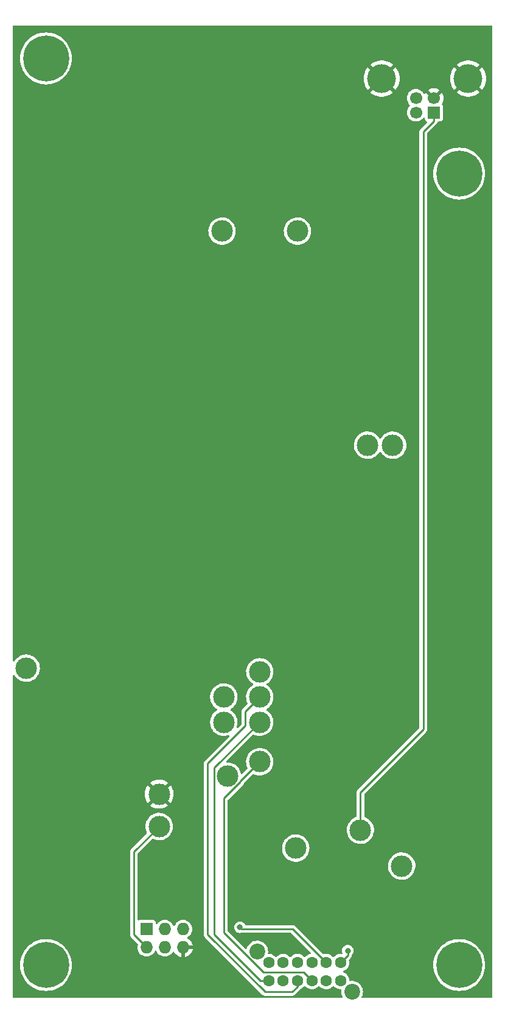
<source format=gbr>
G04 #@! TF.GenerationSoftware,KiCad,Pcbnew,6.0.2+dfsg-1*
G04 #@! TF.CreationDate,2022-12-26T21:57:54-05:00*
G04 #@! TF.ProjectId,RUSP_TestBoard,52555350-5f54-4657-9374-426f6172642e,rev?*
G04 #@! TF.SameCoordinates,Original*
G04 #@! TF.FileFunction,Copper,L2,Bot*
G04 #@! TF.FilePolarity,Positive*
%FSLAX46Y46*%
G04 Gerber Fmt 4.6, Leading zero omitted, Abs format (unit mm)*
G04 Created by KiCad (PCBNEW 6.0.2+dfsg-1) date 2022-12-26 21:57:54*
%MOMM*%
%LPD*%
G01*
G04 APERTURE LIST*
G04 #@! TA.AperFunction,ComponentPad*
%ADD10C,3.000000*%
G04 #@! TD*
G04 #@! TA.AperFunction,ComponentPad*
%ADD11C,6.400000*%
G04 #@! TD*
G04 #@! TA.AperFunction,ComponentPad*
%ADD12C,2.200000*%
G04 #@! TD*
G04 #@! TA.AperFunction,ComponentPad*
%ADD13C,1.600000*%
G04 #@! TD*
G04 #@! TA.AperFunction,ComponentPad*
%ADD14R,1.727200X1.727200*%
G04 #@! TD*
G04 #@! TA.AperFunction,ComponentPad*
%ADD15O,1.727200X1.727200*%
G04 #@! TD*
G04 #@! TA.AperFunction,ComponentPad*
%ADD16R,1.700000X1.700000*%
G04 #@! TD*
G04 #@! TA.AperFunction,ComponentPad*
%ADD17C,1.700000*%
G04 #@! TD*
G04 #@! TA.AperFunction,ComponentPad*
%ADD18C,4.000000*%
G04 #@! TD*
G04 #@! TA.AperFunction,ViaPad*
%ADD19C,0.800000*%
G04 #@! TD*
G04 #@! TA.AperFunction,Conductor*
%ADD20C,0.250000*%
G04 #@! TD*
G04 APERTURE END LIST*
D10*
X110250000Y-138250000D03*
X124250000Y-124750000D03*
X139250000Y-89750000D03*
X129250000Y-145750000D03*
D11*
X152000000Y-162000000D03*
D10*
X124250000Y-121250000D03*
D11*
X94500000Y-36000000D03*
D10*
X119250000Y-128250000D03*
D11*
X94500000Y-162000000D03*
D10*
X124250000Y-133750000D03*
X91750000Y-120750000D03*
X124250000Y-128250000D03*
D12*
X123900000Y-160112500D03*
X137100000Y-165712500D03*
D13*
X135500000Y-164162500D03*
X133500000Y-164162500D03*
X131500000Y-164162500D03*
X129500000Y-164162500D03*
X127500000Y-164162500D03*
X125500000Y-164162500D03*
X135500000Y-161662500D03*
X133500000Y-161662500D03*
X131500000Y-161662500D03*
X129500000Y-161662500D03*
X127500000Y-161662500D03*
X125500000Y-161662500D03*
D10*
X144000000Y-148250000D03*
X119250000Y-124750000D03*
D11*
X152000000Y-52000000D03*
D10*
X129500000Y-60000000D03*
X119750000Y-135750000D03*
X119000000Y-60000000D03*
X138250000Y-143250000D03*
X110250000Y-142750000D03*
X142750000Y-89750000D03*
D14*
X108500000Y-157000000D03*
D15*
X108500000Y-159540000D03*
X111040000Y-157000000D03*
X111040000Y-159540000D03*
X113580000Y-157000000D03*
X113580000Y-159540000D03*
D16*
X148480000Y-43510000D03*
D17*
X145980000Y-43510000D03*
X145980000Y-41510000D03*
X148480000Y-41510000D03*
D18*
X153250000Y-38800000D03*
X141210000Y-38800000D03*
D19*
X121500000Y-156750000D03*
X136500000Y-160000000D03*
D20*
X108500000Y-159540000D02*
X106750000Y-157790000D01*
X106750000Y-157790000D02*
X106750000Y-146250000D01*
X106750000Y-146250000D02*
X110250000Y-142750000D01*
X121750000Y-157000000D02*
X121500000Y-156750000D01*
X123500000Y-157000000D02*
X121750000Y-157000000D01*
X124250000Y-133750000D02*
X121574511Y-136425489D01*
X121574511Y-136425489D02*
X121574511Y-136505738D01*
X121574511Y-136505738D02*
X119250000Y-138830249D01*
X124772936Y-163000000D02*
X130337500Y-163000000D01*
X119250000Y-138830249D02*
X119250000Y-157477064D01*
X119250000Y-157477064D02*
X124772936Y-163000000D01*
X130337500Y-163000000D02*
X131500000Y-164162500D01*
X128837500Y-157000000D02*
X123500000Y-157000000D01*
X133500000Y-161662500D02*
X128837500Y-157000000D01*
X124250000Y-124750000D02*
X122250000Y-126750000D01*
X122250000Y-126750000D02*
X122250000Y-128750000D01*
X122250000Y-128750000D02*
X117000000Y-134000000D01*
X117000000Y-134000000D02*
X117000000Y-157750000D01*
X128750000Y-165750000D02*
X129500000Y-165000000D01*
X117000000Y-157750000D02*
X125000000Y-165750000D01*
X125000000Y-165750000D02*
X128750000Y-165750000D01*
X129500000Y-165000000D02*
X129500000Y-164162500D01*
X136500000Y-160662500D02*
X135500000Y-161662500D01*
X136500000Y-160000000D02*
X136500000Y-160662500D01*
X124250000Y-128250000D02*
X117925489Y-134574511D01*
X117925489Y-134574511D02*
X117925489Y-157719359D01*
X124368630Y-164162500D02*
X125500000Y-164162500D01*
X117925489Y-157719359D02*
X124368630Y-164162500D01*
X138250000Y-138000000D02*
X147000000Y-129250000D01*
X147000000Y-129250000D02*
X147000000Y-46191010D01*
X148480000Y-44711010D02*
X148480000Y-43510000D01*
X147000000Y-46191010D02*
X148480000Y-44711010D01*
X138250000Y-143250000D02*
X138250000Y-138000000D01*
G04 #@! TA.AperFunction,Conductor*
G36*
X156542121Y-31420002D02*
G01*
X156588614Y-31473658D01*
X156600000Y-31526000D01*
X156600000Y-166474000D01*
X156579998Y-166542121D01*
X156526342Y-166588614D01*
X156474000Y-166600000D01*
X138538037Y-166600000D01*
X138469916Y-166579998D01*
X138423423Y-166526342D01*
X138413319Y-166456068D01*
X138425080Y-166418173D01*
X138436150Y-166395774D01*
X138499911Y-166266764D01*
X138521712Y-166195008D01*
X138570135Y-166035632D01*
X138570136Y-166035626D01*
X138571639Y-166030680D01*
X138603845Y-165786050D01*
X138605643Y-165712500D01*
X138590406Y-165527169D01*
X138585849Y-165471740D01*
X138585848Y-165471734D01*
X138585425Y-165466589D01*
X138525316Y-165227283D01*
X138426928Y-165001007D01*
X138292905Y-164793839D01*
X138126846Y-164611342D01*
X138122795Y-164608143D01*
X138122791Y-164608139D01*
X137937264Y-164461619D01*
X137937259Y-164461616D01*
X137933210Y-164458418D01*
X137928694Y-164455925D01*
X137928691Y-164455923D01*
X137721722Y-164341670D01*
X137721718Y-164341668D01*
X137717198Y-164339173D01*
X137712329Y-164337449D01*
X137712325Y-164337447D01*
X137489485Y-164258535D01*
X137489481Y-164258534D01*
X137484610Y-164256809D01*
X137479517Y-164255902D01*
X137479514Y-164255901D01*
X137246783Y-164214445D01*
X137246777Y-164214444D01*
X137241694Y-164213539D01*
X137162324Y-164212569D01*
X137000142Y-164210588D01*
X137000140Y-164210588D01*
X136994972Y-164210525D01*
X136908167Y-164223808D01*
X136846291Y-164233276D01*
X136775928Y-164223808D01*
X136721854Y-164177802D01*
X136701761Y-164120255D01*
X136701667Y-164119225D01*
X136685454Y-163942789D01*
X136625565Y-163730436D01*
X136527980Y-163532553D01*
X136395967Y-163355767D01*
X136233949Y-163205999D01*
X136047350Y-163088264D01*
X135899124Y-163029128D01*
X135843266Y-162985309D01*
X135819965Y-162918245D01*
X135836621Y-162849229D01*
X135887945Y-162800175D01*
X135905313Y-162792786D01*
X135912830Y-162790234D01*
X135990379Y-162763910D01*
X136182884Y-162656102D01*
X136352518Y-162515018D01*
X136433476Y-162417677D01*
X136489908Y-162349826D01*
X136489910Y-162349823D01*
X136493602Y-162345384D01*
X136601410Y-162152879D01*
X136603266Y-162147412D01*
X136603268Y-162147407D01*
X136653306Y-162000000D01*
X148394559Y-162000000D01*
X148414310Y-162376871D01*
X148414823Y-162380111D01*
X148414824Y-162380119D01*
X148436254Y-162515418D01*
X148473347Y-162749613D01*
X148571022Y-163114143D01*
X148572207Y-163117231D01*
X148572208Y-163117233D01*
X148605099Y-163202917D01*
X148706266Y-163466465D01*
X148877597Y-163802720D01*
X148879393Y-163805486D01*
X148879395Y-163805489D01*
X148972297Y-163948546D01*
X149083137Y-164119225D01*
X149320635Y-164412511D01*
X149587489Y-164679365D01*
X149880775Y-164916863D01*
X149961033Y-164968983D01*
X150166890Y-165102668D01*
X150197279Y-165122403D01*
X150200213Y-165123898D01*
X150200220Y-165123902D01*
X150483261Y-165268118D01*
X150533535Y-165293734D01*
X150885857Y-165428978D01*
X151250387Y-165526653D01*
X151448353Y-165558008D01*
X151619881Y-165585176D01*
X151619889Y-165585177D01*
X151623129Y-165585690D01*
X152000000Y-165605441D01*
X152376871Y-165585690D01*
X152380111Y-165585177D01*
X152380119Y-165585176D01*
X152551647Y-165558008D01*
X152749613Y-165526653D01*
X153114143Y-165428978D01*
X153466465Y-165293734D01*
X153516739Y-165268118D01*
X153799780Y-165123902D01*
X153799787Y-165123898D01*
X153802721Y-165122403D01*
X153833111Y-165102668D01*
X154038967Y-164968983D01*
X154119225Y-164916863D01*
X154412511Y-164679365D01*
X154679365Y-164412511D01*
X154916863Y-164119225D01*
X155027703Y-163948546D01*
X155120605Y-163805489D01*
X155120607Y-163805486D01*
X155122403Y-163802720D01*
X155293734Y-163466465D01*
X155394901Y-163202917D01*
X155427792Y-163117233D01*
X155427793Y-163117231D01*
X155428978Y-163114143D01*
X155526653Y-162749613D01*
X155563746Y-162515418D01*
X155585176Y-162380119D01*
X155585177Y-162380111D01*
X155585690Y-162376871D01*
X155605441Y-162000000D01*
X155585690Y-161623129D01*
X155526653Y-161250387D01*
X155428978Y-160885857D01*
X155420745Y-160864408D01*
X155376044Y-160747959D01*
X155293734Y-160533535D01*
X155288194Y-160522663D01*
X155123902Y-160200221D01*
X155123898Y-160200214D01*
X155122403Y-160197280D01*
X155110515Y-160178973D01*
X154918665Y-159883550D01*
X154916863Y-159880775D01*
X154679365Y-159587489D01*
X154412511Y-159320635D01*
X154119225Y-159083137D01*
X153853287Y-158910435D01*
X153805490Y-158879395D01*
X153805487Y-158879393D01*
X153802721Y-158877597D01*
X153799787Y-158876102D01*
X153799780Y-158876098D01*
X153469405Y-158707764D01*
X153466465Y-158706266D01*
X153224739Y-158613476D01*
X153117233Y-158572208D01*
X153117231Y-158572207D01*
X153114143Y-158571022D01*
X152749613Y-158473347D01*
X152531159Y-158438747D01*
X152380119Y-158414824D01*
X152380111Y-158414823D01*
X152376871Y-158414310D01*
X152000000Y-158394559D01*
X151623129Y-158414310D01*
X151619889Y-158414823D01*
X151619881Y-158414824D01*
X151468841Y-158438747D01*
X151250387Y-158473347D01*
X150885857Y-158571022D01*
X150882769Y-158572207D01*
X150882767Y-158572208D01*
X150775261Y-158613476D01*
X150533535Y-158706266D01*
X150530595Y-158707764D01*
X150200221Y-158876098D01*
X150200214Y-158876102D01*
X150197280Y-158877597D01*
X150194514Y-158879393D01*
X150194511Y-158879395D01*
X150049705Y-158973433D01*
X149880775Y-159083137D01*
X149587489Y-159320635D01*
X149320635Y-159587489D01*
X149083137Y-159880775D01*
X149081335Y-159883550D01*
X148889486Y-160178973D01*
X148877597Y-160197280D01*
X148876102Y-160200214D01*
X148876098Y-160200221D01*
X148711806Y-160522663D01*
X148706266Y-160533535D01*
X148623956Y-160747959D01*
X148579256Y-160864408D01*
X148571022Y-160885857D01*
X148473347Y-161250387D01*
X148414310Y-161623129D01*
X148394559Y-162000000D01*
X136653306Y-162000000D01*
X136670475Y-161949421D01*
X136670476Y-161949416D01*
X136672331Y-161943952D01*
X136673159Y-161938243D01*
X136673160Y-161938238D01*
X136703458Y-161729272D01*
X136703991Y-161725598D01*
X136705643Y-161662500D01*
X136685454Y-161442789D01*
X136656536Y-161340253D01*
X136657296Y-161269263D01*
X136688710Y-161216959D01*
X136861364Y-161044305D01*
X136865173Y-161040652D01*
X136902385Y-161006434D01*
X136908712Y-161000616D01*
X136930465Y-160965532D01*
X136937182Y-160955760D01*
X136956935Y-160929736D01*
X136962128Y-160922895D01*
X136967224Y-160910024D01*
X136977292Y-160890007D01*
X136977886Y-160889049D01*
X136984582Y-160878250D01*
X136989105Y-160862684D01*
X136996094Y-160838626D01*
X136999939Y-160827397D01*
X137011968Y-160797014D01*
X137011968Y-160797012D01*
X137015130Y-160789027D01*
X137016577Y-160775258D01*
X137020890Y-160753276D01*
X137022908Y-160746330D01*
X137024751Y-160739988D01*
X137025500Y-160729788D01*
X137025500Y-160696971D01*
X137026190Y-160683800D01*
X137030180Y-160645838D01*
X137032863Y-160646120D01*
X137047290Y-160590591D01*
X137068480Y-160564106D01*
X137117099Y-160517807D01*
X137216483Y-160368222D01*
X137263592Y-160244208D01*
X137277757Y-160206919D01*
X137277758Y-160206914D01*
X137280257Y-160200336D01*
X137282736Y-160182697D01*
X137304700Y-160026416D01*
X137304700Y-160026411D01*
X137305251Y-160022493D01*
X137305565Y-160000000D01*
X137285546Y-159821528D01*
X137279427Y-159803955D01*
X137228803Y-159658584D01*
X137226485Y-159651927D01*
X137131316Y-159499625D01*
X137067771Y-159435635D01*
X137009733Y-159377190D01*
X137009729Y-159377187D01*
X137004770Y-159372193D01*
X136993761Y-159365206D01*
X136886893Y-159297386D01*
X136853136Y-159275963D01*
X136823352Y-159265357D01*
X136690586Y-159218081D01*
X136690581Y-159218080D01*
X136683951Y-159215719D01*
X136676965Y-159214886D01*
X136676961Y-159214885D01*
X136536888Y-159198183D01*
X136505624Y-159194455D01*
X136498621Y-159195191D01*
X136498620Y-159195191D01*
X136334025Y-159212490D01*
X136334021Y-159212491D01*
X136327017Y-159213227D01*
X136320346Y-159215498D01*
X136163677Y-159268832D01*
X136163674Y-159268833D01*
X136157007Y-159271103D01*
X136151009Y-159274793D01*
X136151007Y-159274794D01*
X136086725Y-159314341D01*
X136004045Y-159365206D01*
X135999014Y-159370132D01*
X135999011Y-159370135D01*
X135956260Y-159412000D01*
X135875732Y-159490859D01*
X135871913Y-159496784D01*
X135871912Y-159496786D01*
X135784582Y-159632296D01*
X135778446Y-159641817D01*
X135717022Y-159810578D01*
X135694514Y-159988753D01*
X135695201Y-159995760D01*
X135695201Y-159995763D01*
X135695644Y-160000280D01*
X135712039Y-160167486D01*
X135714262Y-160174168D01*
X135714262Y-160174169D01*
X135755650Y-160298587D01*
X135758172Y-160369538D01*
X135721935Y-160430591D01*
X135658443Y-160462360D01*
X135626409Y-160463539D01*
X135626024Y-160463462D01*
X135620252Y-160463386D01*
X135620248Y-160463386D01*
X135503989Y-160461865D01*
X135405406Y-160460574D01*
X135399709Y-160461553D01*
X135399708Y-160461553D01*
X135193654Y-160496959D01*
X135193653Y-160496959D01*
X135187957Y-160497938D01*
X134980957Y-160574304D01*
X134975996Y-160577256D01*
X134975995Y-160577256D01*
X134860246Y-160646120D01*
X134791341Y-160687114D01*
X134625457Y-160832590D01*
X134621878Y-160837130D01*
X134621877Y-160837131D01*
X134600374Y-160864408D01*
X134542494Y-160905522D01*
X134471573Y-160908816D01*
X134410131Y-160873245D01*
X134400465Y-160861791D01*
X134399418Y-160860389D01*
X134395967Y-160855767D01*
X134264052Y-160733826D01*
X134238189Y-160709918D01*
X134238186Y-160709916D01*
X134233949Y-160705999D01*
X134047350Y-160588264D01*
X133842421Y-160506506D01*
X133836761Y-160505380D01*
X133836757Y-160505379D01*
X133631691Y-160464589D01*
X133631688Y-160464589D01*
X133626024Y-160463462D01*
X133620249Y-160463386D01*
X133620245Y-160463386D01*
X133509504Y-160461937D01*
X133405406Y-160460574D01*
X133399709Y-160461553D01*
X133399708Y-160461553D01*
X133193647Y-160496960D01*
X133193644Y-160496961D01*
X133187957Y-160497938D01*
X133182540Y-160499936D01*
X133176959Y-160501432D01*
X133176569Y-160499976D01*
X133112932Y-160504306D01*
X133051044Y-160470374D01*
X129219305Y-156638636D01*
X129215652Y-156634827D01*
X129181434Y-156597615D01*
X129175616Y-156591288D01*
X129140544Y-156569542D01*
X129130762Y-156562819D01*
X129104740Y-156543067D01*
X129097896Y-156537872D01*
X129089909Y-156534710D01*
X129089906Y-156534708D01*
X129085017Y-156532772D01*
X129065016Y-156522713D01*
X129053250Y-156515418D01*
X129013619Y-156503904D01*
X129002395Y-156500060D01*
X128972016Y-156488033D01*
X128972013Y-156488032D01*
X128964028Y-156484871D01*
X128955491Y-156483974D01*
X128955484Y-156483972D01*
X128950261Y-156483423D01*
X128928284Y-156479112D01*
X128921322Y-156477089D01*
X128921320Y-156477089D01*
X128914988Y-156475249D01*
X128908173Y-156474749D01*
X128907096Y-156474669D01*
X128907083Y-156474669D01*
X128904788Y-156474500D01*
X128871961Y-156474500D01*
X128858790Y-156473810D01*
X128820838Y-156469821D01*
X128812372Y-156471253D01*
X128812369Y-156471253D01*
X128803602Y-156472736D01*
X128782590Y-156474500D01*
X122339732Y-156474500D01*
X122271611Y-156454498D01*
X122227320Y-156404325D01*
X122226485Y-156401927D01*
X122131316Y-156249625D01*
X122062623Y-156180451D01*
X122009733Y-156127190D01*
X122009729Y-156127187D01*
X122004770Y-156122193D01*
X121993761Y-156115206D01*
X121862398Y-156031841D01*
X121853136Y-156025963D01*
X121786565Y-156002258D01*
X121690586Y-155968081D01*
X121690581Y-155968080D01*
X121683951Y-155965719D01*
X121676965Y-155964886D01*
X121676961Y-155964885D01*
X121549177Y-155949648D01*
X121505624Y-155944455D01*
X121498621Y-155945191D01*
X121498620Y-155945191D01*
X121334025Y-155962490D01*
X121334021Y-155962491D01*
X121327017Y-155963227D01*
X121320346Y-155965498D01*
X121163677Y-156018832D01*
X121163674Y-156018833D01*
X121157007Y-156021103D01*
X121151009Y-156024793D01*
X121151007Y-156024794D01*
X121080526Y-156068155D01*
X121004045Y-156115206D01*
X120999014Y-156120132D01*
X120999011Y-156120135D01*
X120991807Y-156127190D01*
X120875732Y-156240859D01*
X120871913Y-156246784D01*
X120871912Y-156246786D01*
X120843461Y-156290933D01*
X120778446Y-156391817D01*
X120717022Y-156560578D01*
X120694514Y-156738753D01*
X120695201Y-156745760D01*
X120695201Y-156745763D01*
X120703276Y-156828119D01*
X120712039Y-156917486D01*
X120714262Y-156924168D01*
X120714262Y-156924169D01*
X120741309Y-157005475D01*
X120768726Y-157087896D01*
X120861759Y-157241512D01*
X120986514Y-157370699D01*
X121136789Y-157469036D01*
X121305116Y-157531636D01*
X121312097Y-157532567D01*
X121312099Y-157532568D01*
X121476149Y-157554457D01*
X121476153Y-157554457D01*
X121483130Y-157555388D01*
X121490142Y-157554750D01*
X121490146Y-157554750D01*
X121654963Y-157539751D01*
X121654966Y-157539750D01*
X121661981Y-157539112D01*
X121682869Y-157532325D01*
X121734973Y-157526849D01*
X121758117Y-157529281D01*
X121766661Y-157530179D01*
X121775127Y-157528747D01*
X121775130Y-157528747D01*
X121783897Y-157527264D01*
X121804909Y-157525500D01*
X128567641Y-157525500D01*
X128635762Y-157545502D01*
X128656736Y-157562405D01*
X131360917Y-160266586D01*
X131394943Y-160328898D01*
X131389878Y-160399713D01*
X131347331Y-160456549D01*
X131293160Y-160479861D01*
X131193654Y-160496959D01*
X131193653Y-160496959D01*
X131187957Y-160497938D01*
X130980957Y-160574304D01*
X130975996Y-160577256D01*
X130975995Y-160577256D01*
X130860246Y-160646120D01*
X130791341Y-160687114D01*
X130625457Y-160832590D01*
X130621878Y-160837130D01*
X130621877Y-160837131D01*
X130600374Y-160864408D01*
X130542494Y-160905522D01*
X130471573Y-160908816D01*
X130410131Y-160873245D01*
X130400465Y-160861791D01*
X130399418Y-160860389D01*
X130395967Y-160855767D01*
X130264052Y-160733826D01*
X130238189Y-160709918D01*
X130238186Y-160709916D01*
X130233949Y-160705999D01*
X130047350Y-160588264D01*
X129842421Y-160506506D01*
X129836761Y-160505380D01*
X129836757Y-160505379D01*
X129631691Y-160464589D01*
X129631688Y-160464589D01*
X129626024Y-160463462D01*
X129620249Y-160463386D01*
X129620245Y-160463386D01*
X129509504Y-160461937D01*
X129405406Y-160460574D01*
X129399709Y-160461553D01*
X129399708Y-160461553D01*
X129193654Y-160496959D01*
X129193653Y-160496959D01*
X129187957Y-160497938D01*
X128980957Y-160574304D01*
X128975996Y-160577256D01*
X128975995Y-160577256D01*
X128860246Y-160646120D01*
X128791341Y-160687114D01*
X128625457Y-160832590D01*
X128621878Y-160837130D01*
X128621877Y-160837131D01*
X128600374Y-160864408D01*
X128542494Y-160905522D01*
X128471573Y-160908816D01*
X128410131Y-160873245D01*
X128400465Y-160861791D01*
X128399418Y-160860389D01*
X128395967Y-160855767D01*
X128264052Y-160733826D01*
X128238189Y-160709918D01*
X128238186Y-160709916D01*
X128233949Y-160705999D01*
X128047350Y-160588264D01*
X127842421Y-160506506D01*
X127836761Y-160505380D01*
X127836757Y-160505379D01*
X127631691Y-160464589D01*
X127631688Y-160464589D01*
X127626024Y-160463462D01*
X127620249Y-160463386D01*
X127620245Y-160463386D01*
X127509504Y-160461937D01*
X127405406Y-160460574D01*
X127399709Y-160461553D01*
X127399708Y-160461553D01*
X127193654Y-160496959D01*
X127193653Y-160496959D01*
X127187957Y-160497938D01*
X126980957Y-160574304D01*
X126975996Y-160577256D01*
X126975995Y-160577256D01*
X126860246Y-160646120D01*
X126791341Y-160687114D01*
X126625457Y-160832590D01*
X126621878Y-160837130D01*
X126621877Y-160837131D01*
X126600374Y-160864408D01*
X126542494Y-160905522D01*
X126471573Y-160908816D01*
X126410131Y-160873245D01*
X126400465Y-160861791D01*
X126399418Y-160860389D01*
X126395967Y-160855767D01*
X126264052Y-160733826D01*
X126238189Y-160709918D01*
X126238186Y-160709916D01*
X126233949Y-160705999D01*
X126047350Y-160588264D01*
X125842421Y-160506506D01*
X125836761Y-160505380D01*
X125836757Y-160505379D01*
X125631691Y-160464589D01*
X125631688Y-160464589D01*
X125626024Y-160463462D01*
X125620249Y-160463386D01*
X125620245Y-160463386D01*
X125509548Y-160461937D01*
X125441695Y-160441045D01*
X125395909Y-160386785D01*
X125386276Y-160319502D01*
X125403408Y-160189372D01*
X125403409Y-160189366D01*
X125403845Y-160186050D01*
X125404128Y-160174464D01*
X125405561Y-160115864D01*
X125405561Y-160115860D01*
X125405643Y-160112500D01*
X125395469Y-159988753D01*
X125385849Y-159871740D01*
X125385848Y-159871734D01*
X125385425Y-159866589D01*
X125325316Y-159627283D01*
X125226928Y-159401007D01*
X125092905Y-159193839D01*
X125066635Y-159164968D01*
X125007757Y-159100262D01*
X124926846Y-159011342D01*
X124922795Y-159008143D01*
X124922791Y-159008139D01*
X124737264Y-158861619D01*
X124737259Y-158861616D01*
X124733210Y-158858418D01*
X124728694Y-158855925D01*
X124728691Y-158855923D01*
X124521722Y-158741670D01*
X124521718Y-158741668D01*
X124517198Y-158739173D01*
X124512329Y-158737449D01*
X124512325Y-158737447D01*
X124289485Y-158658535D01*
X124289481Y-158658534D01*
X124284610Y-158656809D01*
X124279517Y-158655902D01*
X124279514Y-158655901D01*
X124046783Y-158614445D01*
X124046777Y-158614444D01*
X124041694Y-158613539D01*
X123962324Y-158612569D01*
X123800142Y-158610588D01*
X123800140Y-158610588D01*
X123794972Y-158610525D01*
X123551070Y-158647847D01*
X123316540Y-158724503D01*
X123097679Y-158838435D01*
X123093546Y-158841538D01*
X123093543Y-158841540D01*
X122945080Y-158953009D01*
X122900364Y-158986583D01*
X122729896Y-159164968D01*
X122726982Y-159169240D01*
X122726981Y-159169241D01*
X122654978Y-159274794D01*
X122590851Y-159368800D01*
X122486965Y-159592604D01*
X122471480Y-159648440D01*
X122462578Y-159680539D01*
X122425099Y-159740837D01*
X122360969Y-159771299D01*
X122290551Y-159762255D01*
X122252066Y-159735961D01*
X119812405Y-157296300D01*
X119778379Y-157233988D01*
X119775500Y-157207205D01*
X119775500Y-148190151D01*
X142095585Y-148190151D01*
X142095760Y-148194602D01*
X142102763Y-148372820D01*
X142106152Y-148459083D01*
X142154505Y-148723843D01*
X142239682Y-148979148D01*
X142359981Y-149219905D01*
X142513003Y-149441309D01*
X142516025Y-149444578D01*
X142692679Y-149635682D01*
X142692684Y-149635687D01*
X142695695Y-149638944D01*
X142904411Y-149808866D01*
X142908229Y-149811165D01*
X142908231Y-149811166D01*
X143131170Y-149945386D01*
X143134987Y-149947684D01*
X143139082Y-149949418D01*
X143139084Y-149949419D01*
X143378721Y-150050892D01*
X143378728Y-150050894D01*
X143382822Y-150052628D01*
X143478710Y-150078052D01*
X143638675Y-150120467D01*
X143638680Y-150120468D01*
X143642972Y-150121606D01*
X143647381Y-150122128D01*
X143647387Y-150122129D01*
X143796289Y-150139752D01*
X143910245Y-150153240D01*
X144179310Y-150146899D01*
X144183708Y-150146167D01*
X144440406Y-150103441D01*
X144440410Y-150103440D01*
X144444796Y-150102710D01*
X144449037Y-150101369D01*
X144449040Y-150101368D01*
X144697162Y-150022897D01*
X144697164Y-150022896D01*
X144701408Y-150021554D01*
X144705419Y-150019628D01*
X144705424Y-150019626D01*
X144940006Y-149906981D01*
X144940007Y-149906980D01*
X144944025Y-149905051D01*
X144947731Y-149902575D01*
X145164098Y-149758004D01*
X145164102Y-149758001D01*
X145167806Y-149755526D01*
X145171123Y-149752555D01*
X145171127Y-149752552D01*
X145364970Y-149578931D01*
X145368286Y-149575961D01*
X145381180Y-149560622D01*
X145538601Y-149373348D01*
X145538606Y-149373342D01*
X145541465Y-149369940D01*
X145683887Y-149141572D01*
X145792712Y-148895416D01*
X145865767Y-148636382D01*
X145901595Y-148369638D01*
X145905355Y-148250000D01*
X145886347Y-147981533D01*
X145829700Y-147718423D01*
X145810188Y-147665531D01*
X145738090Y-147470101D01*
X145738089Y-147470099D01*
X145736547Y-147465919D01*
X145705249Y-147407913D01*
X145610857Y-147232976D01*
X145608744Y-147229060D01*
X145448843Y-147012571D01*
X145260034Y-146820772D01*
X145046083Y-146657490D01*
X145024402Y-146645348D01*
X144815147Y-146528159D01*
X144815144Y-146528158D01*
X144811261Y-146525983D01*
X144807122Y-146524382D01*
X144807114Y-146524378D01*
X144621566Y-146452596D01*
X144560251Y-146428875D01*
X144555926Y-146427872D01*
X144555921Y-146427871D01*
X144397356Y-146391118D01*
X144298063Y-146368103D01*
X144029928Y-146344880D01*
X144025493Y-146345124D01*
X144025489Y-146345124D01*
X143916324Y-146351132D01*
X143761196Y-146359669D01*
X143756833Y-146360537D01*
X143756832Y-146360537D01*
X143501596Y-146411307D01*
X143501594Y-146411308D01*
X143497228Y-146412176D01*
X143243292Y-146501352D01*
X143004455Y-146625418D01*
X143000840Y-146628001D01*
X143000834Y-146628005D01*
X142955793Y-146660192D01*
X142785481Y-146781899D01*
X142782254Y-146784977D01*
X142782252Y-146784979D01*
X142614949Y-146944578D01*
X142590740Y-146967672D01*
X142424118Y-147179032D01*
X142363264Y-147283801D01*
X142291173Y-147407913D01*
X142291170Y-147407919D01*
X142288939Y-147411760D01*
X142287269Y-147415883D01*
X142203731Y-147622129D01*
X142187900Y-147661213D01*
X142186829Y-147665526D01*
X142186827Y-147665531D01*
X142173689Y-147718423D01*
X142123017Y-147922414D01*
X142095585Y-148190151D01*
X119775500Y-148190151D01*
X119775500Y-145690151D01*
X127345585Y-145690151D01*
X127345760Y-145694602D01*
X127352763Y-145872820D01*
X127356152Y-145959083D01*
X127404505Y-146223843D01*
X127489682Y-146479148D01*
X127491674Y-146483135D01*
X127491675Y-146483137D01*
X127562769Y-146625418D01*
X127609981Y-146719905D01*
X127763003Y-146941309D01*
X127766025Y-146944578D01*
X127942679Y-147135682D01*
X127942684Y-147135687D01*
X127945695Y-147138944D01*
X128154411Y-147308866D01*
X128158229Y-147311165D01*
X128158231Y-147311166D01*
X128325317Y-147411760D01*
X128384987Y-147447684D01*
X128389082Y-147449418D01*
X128389084Y-147449419D01*
X128628721Y-147550892D01*
X128628728Y-147550894D01*
X128632822Y-147552628D01*
X128728710Y-147578052D01*
X128888675Y-147620467D01*
X128888680Y-147620468D01*
X128892972Y-147621606D01*
X128897381Y-147622128D01*
X128897387Y-147622129D01*
X129046289Y-147639752D01*
X129160245Y-147653240D01*
X129429310Y-147646899D01*
X129433708Y-147646167D01*
X129690406Y-147603441D01*
X129690410Y-147603440D01*
X129694796Y-147602710D01*
X129699037Y-147601369D01*
X129699040Y-147601368D01*
X129947162Y-147522897D01*
X129947164Y-147522896D01*
X129951408Y-147521554D01*
X129955419Y-147519628D01*
X129955424Y-147519626D01*
X130190006Y-147406981D01*
X130190007Y-147406980D01*
X130194025Y-147405051D01*
X130197731Y-147402575D01*
X130414098Y-147258004D01*
X130414102Y-147258001D01*
X130417806Y-147255526D01*
X130421123Y-147252555D01*
X130421127Y-147252552D01*
X130614970Y-147078931D01*
X130618286Y-147075961D01*
X130709313Y-146967672D01*
X130788601Y-146873348D01*
X130788606Y-146873342D01*
X130791465Y-146869940D01*
X130933887Y-146641572D01*
X131042712Y-146395416D01*
X131115767Y-146136382D01*
X131123396Y-146079583D01*
X131151168Y-145872820D01*
X131151169Y-145872812D01*
X131151595Y-145869638D01*
X131155355Y-145750000D01*
X131136347Y-145481533D01*
X131079700Y-145218423D01*
X131060188Y-145165531D01*
X130988090Y-144970101D01*
X130988089Y-144970099D01*
X130986547Y-144965919D01*
X130955249Y-144907913D01*
X130860857Y-144732976D01*
X130858744Y-144729060D01*
X130698843Y-144512571D01*
X130510034Y-144320772D01*
X130296083Y-144157490D01*
X130274402Y-144145348D01*
X130065147Y-144028159D01*
X130065144Y-144028158D01*
X130061261Y-144025983D01*
X130057122Y-144024382D01*
X130057114Y-144024378D01*
X129871566Y-143952596D01*
X129810251Y-143928875D01*
X129805926Y-143927872D01*
X129805921Y-143927871D01*
X129647356Y-143891118D01*
X129548063Y-143868103D01*
X129279928Y-143844880D01*
X129275493Y-143845124D01*
X129275489Y-143845124D01*
X129166324Y-143851132D01*
X129011196Y-143859669D01*
X129006833Y-143860537D01*
X129006832Y-143860537D01*
X128751596Y-143911307D01*
X128751594Y-143911308D01*
X128747228Y-143912176D01*
X128493292Y-144001352D01*
X128254455Y-144125418D01*
X128250840Y-144128001D01*
X128250834Y-144128005D01*
X128205793Y-144160192D01*
X128035481Y-144281899D01*
X128032254Y-144284977D01*
X128032252Y-144284979D01*
X127861693Y-144447684D01*
X127840740Y-144467672D01*
X127674118Y-144679032D01*
X127613264Y-144783801D01*
X127541173Y-144907913D01*
X127541170Y-144907919D01*
X127538939Y-144911760D01*
X127537269Y-144915883D01*
X127453731Y-145122129D01*
X127437900Y-145161213D01*
X127436829Y-145165526D01*
X127436827Y-145165531D01*
X127423689Y-145218423D01*
X127373017Y-145422414D01*
X127345585Y-145690151D01*
X119775500Y-145690151D01*
X119775500Y-143190151D01*
X136345585Y-143190151D01*
X136345760Y-143194602D01*
X136352763Y-143372820D01*
X136356152Y-143459083D01*
X136404505Y-143723843D01*
X136489682Y-143979148D01*
X136491674Y-143983135D01*
X136491675Y-143983137D01*
X136562769Y-144125418D01*
X136609981Y-144219905D01*
X136677827Y-144318070D01*
X136737944Y-144405051D01*
X136763003Y-144441309D01*
X136766025Y-144444578D01*
X136942679Y-144635682D01*
X136942684Y-144635687D01*
X136945695Y-144638944D01*
X137154411Y-144808866D01*
X137158229Y-144811165D01*
X137158231Y-144811166D01*
X137325317Y-144911760D01*
X137384987Y-144947684D01*
X137389082Y-144949418D01*
X137389084Y-144949419D01*
X137628721Y-145050892D01*
X137628728Y-145050894D01*
X137632822Y-145052628D01*
X137728710Y-145078052D01*
X137888675Y-145120467D01*
X137888680Y-145120468D01*
X137892972Y-145121606D01*
X137897381Y-145122128D01*
X137897387Y-145122129D01*
X138046289Y-145139752D01*
X138160245Y-145153240D01*
X138429310Y-145146899D01*
X138433708Y-145146167D01*
X138690406Y-145103441D01*
X138690410Y-145103440D01*
X138694796Y-145102710D01*
X138699037Y-145101369D01*
X138699040Y-145101368D01*
X138947162Y-145022897D01*
X138947164Y-145022896D01*
X138951408Y-145021554D01*
X138955419Y-145019628D01*
X138955424Y-145019626D01*
X139190006Y-144906981D01*
X139190007Y-144906980D01*
X139194025Y-144905051D01*
X139197731Y-144902575D01*
X139414098Y-144758004D01*
X139414102Y-144758001D01*
X139417806Y-144755526D01*
X139421123Y-144752555D01*
X139421127Y-144752552D01*
X139614970Y-144578931D01*
X139618286Y-144575961D01*
X139709313Y-144467672D01*
X139788601Y-144373348D01*
X139788606Y-144373342D01*
X139791465Y-144369940D01*
X139933887Y-144141572D01*
X139961581Y-144078931D01*
X140027920Y-143928875D01*
X140042712Y-143895416D01*
X140115767Y-143636382D01*
X140140179Y-143454634D01*
X140151168Y-143372820D01*
X140151169Y-143372812D01*
X140151595Y-143369638D01*
X140155355Y-143250000D01*
X140136347Y-142981533D01*
X140112942Y-142872820D01*
X140080636Y-142722771D01*
X140079700Y-142718423D01*
X140067636Y-142685720D01*
X139988090Y-142470101D01*
X139988089Y-142470099D01*
X139986547Y-142465919D01*
X139955249Y-142407913D01*
X139860857Y-142232976D01*
X139858744Y-142229060D01*
X139698843Y-142012571D01*
X139510034Y-141820772D01*
X139296083Y-141657490D01*
X139243434Y-141628005D01*
X139065147Y-141528159D01*
X139065144Y-141528158D01*
X139061261Y-141525983D01*
X138856037Y-141446588D01*
X138799723Y-141403355D01*
X138775721Y-141336539D01*
X138775500Y-141329076D01*
X138775500Y-138269859D01*
X138795502Y-138201738D01*
X138812405Y-138180764D01*
X147361364Y-129631805D01*
X147365173Y-129628152D01*
X147402385Y-129593934D01*
X147408712Y-129588116D01*
X147430465Y-129553032D01*
X147437182Y-129543260D01*
X147456935Y-129517236D01*
X147462128Y-129510395D01*
X147467224Y-129497524D01*
X147477292Y-129477507D01*
X147480056Y-129473049D01*
X147484582Y-129465750D01*
X147496094Y-129426126D01*
X147499939Y-129414897D01*
X147511968Y-129384514D01*
X147511968Y-129384512D01*
X147515130Y-129376527D01*
X147516577Y-129362758D01*
X147520890Y-129340776D01*
X147522908Y-129333830D01*
X147524751Y-129327488D01*
X147525500Y-129317288D01*
X147525500Y-129284471D01*
X147526190Y-129271300D01*
X147529282Y-129241882D01*
X147530180Y-129233338D01*
X147527265Y-129216104D01*
X147525500Y-129195091D01*
X147525500Y-52000000D01*
X148394559Y-52000000D01*
X148414310Y-52376871D01*
X148473347Y-52749613D01*
X148571022Y-53114143D01*
X148706266Y-53466465D01*
X148877597Y-53802720D01*
X149083137Y-54119225D01*
X149320635Y-54412511D01*
X149587489Y-54679365D01*
X149880775Y-54916863D01*
X150197279Y-55122403D01*
X150200213Y-55123898D01*
X150200220Y-55123902D01*
X150530595Y-55292236D01*
X150533535Y-55293734D01*
X150885857Y-55428978D01*
X151250387Y-55526653D01*
X151448353Y-55558008D01*
X151619881Y-55585176D01*
X151619889Y-55585177D01*
X151623129Y-55585690D01*
X152000000Y-55605441D01*
X152376871Y-55585690D01*
X152380111Y-55585177D01*
X152380119Y-55585176D01*
X152551647Y-55558008D01*
X152749613Y-55526653D01*
X153114143Y-55428978D01*
X153466465Y-55293734D01*
X153469405Y-55292236D01*
X153799780Y-55123902D01*
X153799787Y-55123898D01*
X153802721Y-55122403D01*
X154119225Y-54916863D01*
X154412511Y-54679365D01*
X154679365Y-54412511D01*
X154916863Y-54119225D01*
X155122403Y-53802720D01*
X155293734Y-53466465D01*
X155428978Y-53114143D01*
X155526653Y-52749613D01*
X155585690Y-52376871D01*
X155605441Y-52000000D01*
X155585690Y-51623129D01*
X155526653Y-51250387D01*
X155428978Y-50885857D01*
X155293734Y-50533535D01*
X155122403Y-50197280D01*
X154916863Y-49880775D01*
X154679365Y-49587489D01*
X154412511Y-49320635D01*
X154119225Y-49083137D01*
X153802721Y-48877597D01*
X153799787Y-48876102D01*
X153799780Y-48876098D01*
X153469405Y-48707764D01*
X153466465Y-48706266D01*
X153114143Y-48571022D01*
X152749613Y-48473347D01*
X152551647Y-48441992D01*
X152380119Y-48414824D01*
X152380111Y-48414823D01*
X152376871Y-48414310D01*
X152000000Y-48394559D01*
X151623129Y-48414310D01*
X151619889Y-48414823D01*
X151619881Y-48414824D01*
X151448353Y-48441992D01*
X151250387Y-48473347D01*
X150885857Y-48571022D01*
X150533535Y-48706266D01*
X150530595Y-48707764D01*
X150200221Y-48876098D01*
X150200214Y-48876102D01*
X150197280Y-48877597D01*
X149880775Y-49083137D01*
X149587489Y-49320635D01*
X149320635Y-49587489D01*
X149083137Y-49880775D01*
X148877597Y-50197280D01*
X148706266Y-50533535D01*
X148571022Y-50885857D01*
X148473347Y-51250387D01*
X148414310Y-51623129D01*
X148394559Y-52000000D01*
X147525500Y-52000000D01*
X147525500Y-46460869D01*
X147545502Y-46392748D01*
X147562405Y-46371774D01*
X148841364Y-45092815D01*
X148845173Y-45089162D01*
X148882389Y-45054940D01*
X148888712Y-45049126D01*
X148910460Y-45014050D01*
X148917174Y-45004280D01*
X148942127Y-44971406D01*
X148947222Y-44958536D01*
X148957286Y-44938528D01*
X148964582Y-44926760D01*
X148966977Y-44918517D01*
X148966980Y-44918510D01*
X148976101Y-44887117D01*
X148979945Y-44875890D01*
X148994108Y-44840117D01*
X149037781Y-44784142D01*
X149111260Y-44760499D01*
X149361518Y-44760499D01*
X149366412Y-44759724D01*
X149445506Y-44747198D01*
X149445508Y-44747197D01*
X149455304Y-44745646D01*
X149568342Y-44688050D01*
X149658050Y-44598342D01*
X149715646Y-44485304D01*
X149717317Y-44474757D01*
X149729725Y-44396412D01*
X149730500Y-44391519D01*
X149730499Y-42628482D01*
X149725845Y-42599095D01*
X149717198Y-42544494D01*
X149717197Y-42544492D01*
X149715646Y-42534696D01*
X149658050Y-42421658D01*
X149640169Y-42403777D01*
X149606143Y-42341465D01*
X149611208Y-42270650D01*
X149626941Y-42241156D01*
X149645003Y-42216020D01*
X149650316Y-42207177D01*
X149744670Y-42016267D01*
X149748469Y-42006672D01*
X149810376Y-41802915D01*
X149812555Y-41792834D01*
X149840590Y-41579887D01*
X149841109Y-41573212D01*
X149842572Y-41513364D01*
X149842378Y-41506646D01*
X149824781Y-41292604D01*
X149823096Y-41282424D01*
X149771214Y-41075875D01*
X149767894Y-41066124D01*
X149682972Y-40870814D01*
X149678105Y-40861739D01*
X149613063Y-40761197D01*
X149602377Y-40751995D01*
X149592812Y-40756398D01*
X148569095Y-41780115D01*
X148506783Y-41814141D01*
X148435968Y-41809076D01*
X148390905Y-41780115D01*
X147369849Y-40759059D01*
X147358313Y-40752759D01*
X147346031Y-40762382D01*
X147298089Y-40832662D01*
X147293005Y-40841611D01*
X147283647Y-40861773D01*
X147236824Y-40915141D01*
X147168581Y-40934723D01*
X147100585Y-40914301D01*
X147066147Y-40880998D01*
X146941598Y-40703123D01*
X146786877Y-40548402D01*
X146782369Y-40545245D01*
X146782366Y-40545243D01*
X146612148Y-40426055D01*
X146612145Y-40426053D01*
X146607639Y-40422898D01*
X146602657Y-40420575D01*
X146602652Y-40420572D01*
X146529427Y-40386427D01*
X147721223Y-40386427D01*
X147727968Y-40398758D01*
X148467188Y-41137978D01*
X148481132Y-41145592D01*
X148482965Y-41145461D01*
X148489580Y-41141210D01*
X148884803Y-40745987D01*
X151668721Y-40745987D01*
X151677548Y-40757605D01*
X151900281Y-40919430D01*
X151906961Y-40923670D01*
X152176572Y-41071890D01*
X152183707Y-41075247D01*
X152469770Y-41188508D01*
X152477296Y-41190953D01*
X152775279Y-41267462D01*
X152783050Y-41268945D01*
X153088278Y-41307503D01*
X153096169Y-41308000D01*
X153403831Y-41308000D01*
X153411722Y-41307503D01*
X153716950Y-41268945D01*
X153724721Y-41267462D01*
X154022704Y-41190953D01*
X154030230Y-41188508D01*
X154316293Y-41075247D01*
X154323428Y-41071890D01*
X154593039Y-40923670D01*
X154599719Y-40919430D01*
X154822823Y-40757336D01*
X154831246Y-40746413D01*
X154824342Y-40733552D01*
X153262812Y-39172022D01*
X153248868Y-39164408D01*
X153247035Y-39164539D01*
X153240420Y-39168790D01*
X151675334Y-40733876D01*
X151668721Y-40745987D01*
X148884803Y-40745987D01*
X149233389Y-40397401D01*
X149240410Y-40384544D01*
X149233611Y-40375213D01*
X149229554Y-40372518D01*
X149043117Y-40269599D01*
X149033705Y-40265369D01*
X148832959Y-40194280D01*
X148822989Y-40191646D01*
X148613327Y-40154301D01*
X148603073Y-40153331D01*
X148390116Y-40150728D01*
X148379832Y-40151448D01*
X148169321Y-40183661D01*
X148159293Y-40186050D01*
X147956868Y-40252212D01*
X147947359Y-40256209D01*
X147758466Y-40354540D01*
X147749734Y-40360039D01*
X147729677Y-40375099D01*
X147721223Y-40386427D01*
X146529427Y-40386427D01*
X146414312Y-40332748D01*
X146414311Y-40332747D01*
X146409330Y-40330425D01*
X146404022Y-40329003D01*
X146404020Y-40329002D01*
X146338255Y-40311380D01*
X146197977Y-40273793D01*
X145980000Y-40254723D01*
X145762023Y-40273793D01*
X145621745Y-40311380D01*
X145555980Y-40329002D01*
X145555978Y-40329003D01*
X145550670Y-40330425D01*
X145545690Y-40332747D01*
X145545688Y-40332748D01*
X145357343Y-40420575D01*
X145357340Y-40420577D01*
X145352362Y-40422898D01*
X145173123Y-40548402D01*
X145018402Y-40703123D01*
X144892898Y-40882362D01*
X144890577Y-40887340D01*
X144890575Y-40887343D01*
X144807208Y-41066124D01*
X144800425Y-41080670D01*
X144743793Y-41292023D01*
X144724723Y-41510000D01*
X144743793Y-41727977D01*
X144800425Y-41939330D01*
X144892898Y-42137638D01*
X145018402Y-42316877D01*
X145122430Y-42420905D01*
X145156456Y-42483217D01*
X145151391Y-42554032D01*
X145122430Y-42599095D01*
X145018402Y-42703123D01*
X144892898Y-42882362D01*
X144800425Y-43080670D01*
X144743793Y-43292023D01*
X144724723Y-43510000D01*
X144743793Y-43727977D01*
X144800425Y-43939330D01*
X144892898Y-44137638D01*
X145018402Y-44316877D01*
X145173123Y-44471598D01*
X145177631Y-44474755D01*
X145177634Y-44474757D01*
X145205319Y-44494142D01*
X145352361Y-44597102D01*
X145357343Y-44599425D01*
X145357348Y-44599428D01*
X145532364Y-44681039D01*
X145550670Y-44689575D01*
X145555978Y-44690997D01*
X145555980Y-44690998D01*
X145621745Y-44708620D01*
X145762023Y-44746207D01*
X145980000Y-44765277D01*
X146197977Y-44746207D01*
X146338255Y-44708620D01*
X146404020Y-44690998D01*
X146404022Y-44690997D01*
X146409330Y-44689575D01*
X146427636Y-44681039D01*
X146602652Y-44599428D01*
X146602657Y-44599425D01*
X146607639Y-44597102D01*
X146754681Y-44494142D01*
X146782366Y-44474757D01*
X146782369Y-44474755D01*
X146786877Y-44471598D01*
X146941598Y-44316877D01*
X147000289Y-44233057D01*
X147055745Y-44188730D01*
X147126364Y-44181421D01*
X147189725Y-44213452D01*
X147225710Y-44274653D01*
X147229501Y-44305329D01*
X147229501Y-44391518D01*
X147230276Y-44396409D01*
X147230276Y-44396412D01*
X147242684Y-44474757D01*
X147244354Y-44485304D01*
X147301950Y-44598342D01*
X147391658Y-44688050D01*
X147481011Y-44733578D01*
X147532625Y-44782325D01*
X147549691Y-44851240D01*
X147526790Y-44918442D01*
X147512902Y-44934939D01*
X146638636Y-45809205D01*
X146634827Y-45812858D01*
X146591288Y-45852894D01*
X146586760Y-45860197D01*
X146586759Y-45860198D01*
X146569543Y-45887965D01*
X146562820Y-45897747D01*
X146537872Y-45930614D01*
X146534710Y-45938601D01*
X146534708Y-45938604D01*
X146532772Y-45943493D01*
X146522713Y-45963494D01*
X146515418Y-45975260D01*
X146503905Y-46014887D01*
X146500060Y-46026115D01*
X146488033Y-46056494D01*
X146488032Y-46056497D01*
X146484871Y-46064482D01*
X146483974Y-46073019D01*
X146483972Y-46073026D01*
X146483423Y-46078249D01*
X146479112Y-46100225D01*
X146475249Y-46113522D01*
X146474500Y-46123722D01*
X146474500Y-46156549D01*
X146473810Y-46169720D01*
X146469821Y-46207672D01*
X146471253Y-46216138D01*
X146471253Y-46216141D01*
X146472736Y-46224908D01*
X146474500Y-46245920D01*
X146474500Y-128980140D01*
X146454498Y-129048261D01*
X146437595Y-129069235D01*
X137888636Y-137618195D01*
X137884827Y-137621848D01*
X137841288Y-137661884D01*
X137836760Y-137669187D01*
X137836759Y-137669188D01*
X137819543Y-137696955D01*
X137812820Y-137706737D01*
X137787872Y-137739604D01*
X137784710Y-137747591D01*
X137784708Y-137747594D01*
X137782772Y-137752483D01*
X137772713Y-137772484D01*
X137765418Y-137784250D01*
X137753905Y-137823877D01*
X137750060Y-137835105D01*
X137738033Y-137865484D01*
X137738032Y-137865487D01*
X137734871Y-137873472D01*
X137733974Y-137882009D01*
X137733972Y-137882016D01*
X137733423Y-137887239D01*
X137729112Y-137909215D01*
X137725249Y-137922512D01*
X137724500Y-137932712D01*
X137724500Y-137965539D01*
X137723810Y-137978710D01*
X137719821Y-138016662D01*
X137721253Y-138025128D01*
X137721253Y-138025131D01*
X137722736Y-138033898D01*
X137724500Y-138054910D01*
X137724500Y-141330862D01*
X137704498Y-141398983D01*
X137650842Y-141445476D01*
X137640248Y-141449745D01*
X137497500Y-141499874D01*
X137497497Y-141499875D01*
X137493292Y-141501352D01*
X137489339Y-141503405D01*
X137489333Y-141503408D01*
X137445875Y-141525983D01*
X137254455Y-141625418D01*
X137250840Y-141628001D01*
X137250834Y-141628005D01*
X137179429Y-141679032D01*
X137035481Y-141781899D01*
X137032254Y-141784977D01*
X137032252Y-141784979D01*
X136846687Y-141961999D01*
X136840740Y-141967672D01*
X136674118Y-142179032D01*
X136642785Y-142232976D01*
X136541173Y-142407913D01*
X136541170Y-142407919D01*
X136538939Y-142411760D01*
X136537269Y-142415883D01*
X136512442Y-142477179D01*
X136437900Y-142661213D01*
X136436829Y-142665526D01*
X136436827Y-142665531D01*
X136423689Y-142718423D01*
X136373017Y-142922414D01*
X136345585Y-143190151D01*
X119775500Y-143190151D01*
X119775500Y-139100108D01*
X119795502Y-139031987D01*
X119812405Y-139011013D01*
X121935875Y-136887543D01*
X121939684Y-136883890D01*
X121976896Y-136849672D01*
X121983223Y-136843854D01*
X122004969Y-136808782D01*
X122011692Y-136799000D01*
X122031444Y-136772978D01*
X122036639Y-136766134D01*
X122039803Y-136758144D01*
X122041739Y-136753255D01*
X122051798Y-136733254D01*
X122059093Y-136721488D01*
X122061491Y-136713236D01*
X122065390Y-136699817D01*
X122097291Y-136645878D01*
X123262070Y-135481099D01*
X123324382Y-135447073D01*
X123400295Y-135454167D01*
X123628716Y-135550890D01*
X123628724Y-135550893D01*
X123632822Y-135552628D01*
X123728710Y-135578052D01*
X123888675Y-135620467D01*
X123888680Y-135620468D01*
X123892972Y-135621606D01*
X123897381Y-135622128D01*
X123897387Y-135622129D01*
X124046289Y-135639752D01*
X124160245Y-135653240D01*
X124429310Y-135646899D01*
X124433708Y-135646167D01*
X124690406Y-135603441D01*
X124690410Y-135603440D01*
X124694796Y-135602710D01*
X124699037Y-135601369D01*
X124699040Y-135601368D01*
X124947162Y-135522897D01*
X124947164Y-135522896D01*
X124951408Y-135521554D01*
X124955419Y-135519628D01*
X124955424Y-135519626D01*
X125190006Y-135406981D01*
X125190007Y-135406980D01*
X125194025Y-135405051D01*
X125197731Y-135402575D01*
X125414098Y-135258004D01*
X125414102Y-135258001D01*
X125417806Y-135255526D01*
X125421123Y-135252555D01*
X125421127Y-135252552D01*
X125614970Y-135078931D01*
X125618286Y-135075961D01*
X125710786Y-134965919D01*
X125788601Y-134873348D01*
X125788606Y-134873342D01*
X125791465Y-134869940D01*
X125933887Y-134641572D01*
X125956698Y-134589976D01*
X126040907Y-134399498D01*
X126042712Y-134395416D01*
X126115767Y-134136382D01*
X126130303Y-134028159D01*
X126151168Y-133872820D01*
X126151169Y-133872812D01*
X126151595Y-133869638D01*
X126152361Y-133845264D01*
X126155254Y-133753222D01*
X126155254Y-133753217D01*
X126155355Y-133750000D01*
X126136347Y-133481533D01*
X126079700Y-133218423D01*
X126060188Y-133165531D01*
X125988090Y-132970101D01*
X125988089Y-132970099D01*
X125986547Y-132965919D01*
X125955249Y-132907913D01*
X125860857Y-132732976D01*
X125858744Y-132729060D01*
X125698843Y-132512571D01*
X125510034Y-132320772D01*
X125296083Y-132157490D01*
X125243434Y-132128005D01*
X125065147Y-132028159D01*
X125065144Y-132028158D01*
X125061261Y-132025983D01*
X125057122Y-132024382D01*
X125057114Y-132024378D01*
X124871566Y-131952596D01*
X124810251Y-131928875D01*
X124805926Y-131927872D01*
X124805921Y-131927871D01*
X124661864Y-131894481D01*
X124548063Y-131868103D01*
X124279928Y-131844880D01*
X124275493Y-131845124D01*
X124275489Y-131845124D01*
X124166324Y-131851132D01*
X124011196Y-131859669D01*
X124006833Y-131860537D01*
X124006832Y-131860537D01*
X123751596Y-131911307D01*
X123751594Y-131911308D01*
X123747228Y-131912176D01*
X123493292Y-132001352D01*
X123254455Y-132125418D01*
X123250840Y-132128001D01*
X123250834Y-132128005D01*
X123205793Y-132160192D01*
X123035481Y-132281899D01*
X122840740Y-132467672D01*
X122674118Y-132679032D01*
X122642785Y-132732976D01*
X122541173Y-132907913D01*
X122541170Y-132907919D01*
X122538939Y-132911760D01*
X122437900Y-133161213D01*
X122436829Y-133165526D01*
X122436827Y-133165531D01*
X122423689Y-133218423D01*
X122373017Y-133422414D01*
X122345585Y-133690151D01*
X122345760Y-133694602D01*
X122354974Y-133929091D01*
X122356152Y-133959083D01*
X122404505Y-134223843D01*
X122489682Y-134479148D01*
X122491674Y-134483135D01*
X122491675Y-134483137D01*
X122545059Y-134589976D01*
X122557614Y-134659854D01*
X122530398Y-134725427D01*
X122521441Y-134735390D01*
X121824545Y-135432286D01*
X121762233Y-135466312D01*
X121691418Y-135461247D01*
X121634582Y-135418700D01*
X121612272Y-135369711D01*
X121580636Y-135222771D01*
X121579700Y-135218423D01*
X121527144Y-135075961D01*
X121488090Y-134970101D01*
X121488089Y-134970099D01*
X121486547Y-134965919D01*
X121358744Y-134729060D01*
X121198843Y-134512571D01*
X121010034Y-134320772D01*
X120796083Y-134157490D01*
X120594015Y-134044326D01*
X120565147Y-134028159D01*
X120565144Y-134028158D01*
X120561261Y-134025983D01*
X120557122Y-134024382D01*
X120557114Y-134024378D01*
X120320169Y-133932712D01*
X120310251Y-133928875D01*
X120305926Y-133927872D01*
X120305921Y-133927871D01*
X120130621Y-133887239D01*
X120048063Y-133868103D01*
X119779928Y-133844880D01*
X119775493Y-133845124D01*
X119775488Y-133845124D01*
X119705094Y-133848998D01*
X119635977Y-133832769D01*
X119586607Y-133781749D01*
X119572657Y-133712136D01*
X119598557Y-133646032D01*
X119609076Y-133634093D01*
X123262070Y-129981099D01*
X123324382Y-129947073D01*
X123400295Y-129954167D01*
X123628716Y-130050890D01*
X123628722Y-130050892D01*
X123632822Y-130052628D01*
X123728710Y-130078052D01*
X123888675Y-130120467D01*
X123888680Y-130120468D01*
X123892972Y-130121606D01*
X123897381Y-130122128D01*
X123897387Y-130122129D01*
X124046289Y-130139752D01*
X124160245Y-130153240D01*
X124429310Y-130146899D01*
X124438082Y-130145439D01*
X124690406Y-130103441D01*
X124690410Y-130103440D01*
X124694796Y-130102710D01*
X124699037Y-130101369D01*
X124699040Y-130101368D01*
X124947162Y-130022897D01*
X124947164Y-130022896D01*
X124951408Y-130021554D01*
X124955419Y-130019628D01*
X124955424Y-130019626D01*
X125190006Y-129906981D01*
X125190007Y-129906980D01*
X125194025Y-129905051D01*
X125197731Y-129902575D01*
X125414098Y-129758004D01*
X125414102Y-129758001D01*
X125417806Y-129755526D01*
X125421123Y-129752555D01*
X125421127Y-129752552D01*
X125614970Y-129578931D01*
X125618286Y-129575961D01*
X125673400Y-129510395D01*
X125788601Y-129373348D01*
X125788606Y-129373342D01*
X125791465Y-129369940D01*
X125933887Y-129141572D01*
X126042712Y-128895416D01*
X126115767Y-128636382D01*
X126151595Y-128369638D01*
X126155355Y-128250000D01*
X126136347Y-127981533D01*
X126079700Y-127718423D01*
X126060188Y-127665531D01*
X125988090Y-127470101D01*
X125988089Y-127470099D01*
X125986547Y-127465919D01*
X125955249Y-127407913D01*
X125860857Y-127232976D01*
X125858744Y-127229060D01*
X125784285Y-127128250D01*
X125701492Y-127016157D01*
X125701489Y-127016154D01*
X125698843Y-127012571D01*
X125510034Y-126820772D01*
X125475382Y-126794326D01*
X125380801Y-126722145D01*
X125296083Y-126657490D01*
X125214419Y-126611756D01*
X125164760Y-126561022D01*
X125150412Y-126491490D01*
X125175934Y-126425239D01*
X125205986Y-126397059D01*
X125414098Y-126258004D01*
X125414102Y-126258001D01*
X125417806Y-126255526D01*
X125421123Y-126252555D01*
X125421127Y-126252552D01*
X125614970Y-126078931D01*
X125618286Y-126075961D01*
X125631180Y-126060622D01*
X125788601Y-125873348D01*
X125788606Y-125873342D01*
X125791465Y-125869940D01*
X125933887Y-125641572D01*
X125956698Y-125589976D01*
X126040907Y-125399498D01*
X126042712Y-125395416D01*
X126115767Y-125136382D01*
X126151595Y-124869638D01*
X126155355Y-124750000D01*
X126136347Y-124481533D01*
X126079700Y-124218423D01*
X126060188Y-124165531D01*
X125988090Y-123970101D01*
X125988089Y-123970099D01*
X125986547Y-123965919D01*
X125955249Y-123907913D01*
X125860857Y-123732976D01*
X125858744Y-123729060D01*
X125698843Y-123512571D01*
X125510034Y-123320772D01*
X125296083Y-123157490D01*
X125214419Y-123111756D01*
X125164760Y-123061022D01*
X125150412Y-122991490D01*
X125175934Y-122925239D01*
X125205986Y-122897059D01*
X125414098Y-122758004D01*
X125414102Y-122758001D01*
X125417806Y-122755526D01*
X125421123Y-122752555D01*
X125421127Y-122752552D01*
X125614970Y-122578931D01*
X125618286Y-122575961D01*
X125724656Y-122449419D01*
X125788601Y-122373348D01*
X125788606Y-122373342D01*
X125791465Y-122369940D01*
X125933887Y-122141572D01*
X125961581Y-122078931D01*
X126007564Y-121974919D01*
X126042712Y-121895416D01*
X126115767Y-121636382D01*
X126140179Y-121454634D01*
X126151168Y-121372820D01*
X126151169Y-121372812D01*
X126151595Y-121369638D01*
X126155355Y-121250000D01*
X126136347Y-120981533D01*
X126112942Y-120872820D01*
X126080636Y-120722771D01*
X126079700Y-120718423D01*
X126060188Y-120665531D01*
X125988090Y-120470101D01*
X125988089Y-120470099D01*
X125986547Y-120465919D01*
X125955249Y-120407913D01*
X125860857Y-120232976D01*
X125858744Y-120229060D01*
X125698843Y-120012571D01*
X125510034Y-119820772D01*
X125296083Y-119657490D01*
X125243434Y-119628005D01*
X125065147Y-119528159D01*
X125065144Y-119528158D01*
X125061261Y-119525983D01*
X125057122Y-119524382D01*
X125057114Y-119524378D01*
X124871566Y-119452596D01*
X124810251Y-119428875D01*
X124805926Y-119427872D01*
X124805921Y-119427871D01*
X124661864Y-119394481D01*
X124548063Y-119368103D01*
X124279928Y-119344880D01*
X124275493Y-119345124D01*
X124275489Y-119345124D01*
X124166324Y-119351132D01*
X124011196Y-119359669D01*
X124006833Y-119360537D01*
X124006832Y-119360537D01*
X123751596Y-119411307D01*
X123751594Y-119411308D01*
X123747228Y-119412176D01*
X123493292Y-119501352D01*
X123254455Y-119625418D01*
X123250840Y-119628001D01*
X123250834Y-119628005D01*
X123145170Y-119703514D01*
X123035481Y-119781899D01*
X123032254Y-119784977D01*
X123032252Y-119784979D01*
X122846687Y-119961999D01*
X122840740Y-119967672D01*
X122674118Y-120179032D01*
X122642785Y-120232976D01*
X122541173Y-120407913D01*
X122541170Y-120407919D01*
X122538939Y-120411760D01*
X122537269Y-120415883D01*
X122512442Y-120477179D01*
X122437900Y-120661213D01*
X122436829Y-120665526D01*
X122436827Y-120665531D01*
X122423689Y-120718423D01*
X122373017Y-120922414D01*
X122345585Y-121190151D01*
X122345760Y-121194602D01*
X122352763Y-121372820D01*
X122356152Y-121459083D01*
X122404505Y-121723843D01*
X122489682Y-121979148D01*
X122491674Y-121983135D01*
X122491675Y-121983137D01*
X122539541Y-122078931D01*
X122609981Y-122219905D01*
X122711066Y-122366162D01*
X122737944Y-122405051D01*
X122763003Y-122441309D01*
X122766025Y-122444578D01*
X122942679Y-122635682D01*
X122942684Y-122635687D01*
X122945695Y-122638944D01*
X123154411Y-122808866D01*
X123158229Y-122811165D01*
X123158231Y-122811166D01*
X123290253Y-122890650D01*
X123338297Y-122942922D01*
X123350453Y-123012870D01*
X123322863Y-123078286D01*
X123283346Y-123110410D01*
X123258411Y-123123363D01*
X123254455Y-123125418D01*
X123250840Y-123128001D01*
X123250834Y-123128005D01*
X123205793Y-123160192D01*
X123035481Y-123281899D01*
X122840740Y-123467672D01*
X122674118Y-123679032D01*
X122642785Y-123732976D01*
X122541173Y-123907913D01*
X122541170Y-123907919D01*
X122538939Y-123911760D01*
X122437900Y-124161213D01*
X122436829Y-124165526D01*
X122436827Y-124165531D01*
X122423689Y-124218423D01*
X122373017Y-124422414D01*
X122345585Y-124690151D01*
X122345760Y-124694602D01*
X122352763Y-124872820D01*
X122356152Y-124959083D01*
X122404505Y-125223843D01*
X122489682Y-125479148D01*
X122491674Y-125483135D01*
X122491675Y-125483137D01*
X122545059Y-125589976D01*
X122557614Y-125659854D01*
X122530398Y-125725427D01*
X122521441Y-125735390D01*
X121888636Y-126368195D01*
X121884827Y-126371848D01*
X121841288Y-126411884D01*
X121822044Y-126442922D01*
X121819543Y-126446955D01*
X121812820Y-126456737D01*
X121787872Y-126489604D01*
X121784710Y-126497591D01*
X121784708Y-126497594D01*
X121782772Y-126502483D01*
X121772713Y-126522484D01*
X121765418Y-126534250D01*
X121757640Y-126561022D01*
X121753905Y-126573877D01*
X121750060Y-126585105D01*
X121738033Y-126615484D01*
X121738032Y-126615487D01*
X121734871Y-126623472D01*
X121733974Y-126632009D01*
X121733972Y-126632016D01*
X121733423Y-126637239D01*
X121729112Y-126659215D01*
X121725249Y-126672512D01*
X121724500Y-126682712D01*
X121724500Y-126715539D01*
X121723810Y-126728710D01*
X121719821Y-126766662D01*
X121721253Y-126775128D01*
X121721253Y-126775131D01*
X121722736Y-126783898D01*
X121724500Y-126804910D01*
X121724500Y-128480141D01*
X121704498Y-128548262D01*
X121687595Y-128569236D01*
X121258951Y-128997880D01*
X121196639Y-129031906D01*
X121125824Y-129026841D01*
X121068988Y-128984294D01*
X121044177Y-128917774D01*
X121048587Y-128874586D01*
X121115767Y-128636382D01*
X121151595Y-128369638D01*
X121155355Y-128250000D01*
X121136347Y-127981533D01*
X121079700Y-127718423D01*
X121060188Y-127665531D01*
X120988090Y-127470101D01*
X120988089Y-127470099D01*
X120986547Y-127465919D01*
X120955249Y-127407913D01*
X120860857Y-127232976D01*
X120858744Y-127229060D01*
X120784285Y-127128250D01*
X120701492Y-127016157D01*
X120701489Y-127016154D01*
X120698843Y-127012571D01*
X120510034Y-126820772D01*
X120475382Y-126794326D01*
X120380801Y-126722145D01*
X120296083Y-126657490D01*
X120214419Y-126611756D01*
X120164760Y-126561022D01*
X120150412Y-126491490D01*
X120175934Y-126425239D01*
X120205986Y-126397059D01*
X120414098Y-126258004D01*
X120414102Y-126258001D01*
X120417806Y-126255526D01*
X120421123Y-126252555D01*
X120421127Y-126252552D01*
X120614970Y-126078931D01*
X120618286Y-126075961D01*
X120631180Y-126060622D01*
X120788601Y-125873348D01*
X120788606Y-125873342D01*
X120791465Y-125869940D01*
X120933887Y-125641572D01*
X120956698Y-125589976D01*
X121040907Y-125399498D01*
X121042712Y-125395416D01*
X121115767Y-125136382D01*
X121151595Y-124869638D01*
X121155355Y-124750000D01*
X121136347Y-124481533D01*
X121079700Y-124218423D01*
X121060188Y-124165531D01*
X120988090Y-123970101D01*
X120988089Y-123970099D01*
X120986547Y-123965919D01*
X120955249Y-123907913D01*
X120860857Y-123732976D01*
X120858744Y-123729060D01*
X120698843Y-123512571D01*
X120510034Y-123320772D01*
X120296083Y-123157490D01*
X120243434Y-123128005D01*
X120065147Y-123028159D01*
X120065144Y-123028158D01*
X120061261Y-123025983D01*
X120057122Y-123024382D01*
X120057114Y-123024378D01*
X119871566Y-122952596D01*
X119810251Y-122928875D01*
X119805926Y-122927872D01*
X119805921Y-122927871D01*
X119645337Y-122890650D01*
X119548063Y-122868103D01*
X119279928Y-122844880D01*
X119275493Y-122845124D01*
X119275489Y-122845124D01*
X119166324Y-122851132D01*
X119011196Y-122859669D01*
X119006833Y-122860537D01*
X119006832Y-122860537D01*
X118751596Y-122911307D01*
X118751594Y-122911308D01*
X118747228Y-122912176D01*
X118493292Y-123001352D01*
X118254455Y-123125418D01*
X118250840Y-123128001D01*
X118250834Y-123128005D01*
X118205793Y-123160192D01*
X118035481Y-123281899D01*
X117840740Y-123467672D01*
X117674118Y-123679032D01*
X117642785Y-123732976D01*
X117541173Y-123907913D01*
X117541170Y-123907919D01*
X117538939Y-123911760D01*
X117437900Y-124161213D01*
X117436829Y-124165526D01*
X117436827Y-124165531D01*
X117423689Y-124218423D01*
X117373017Y-124422414D01*
X117345585Y-124690151D01*
X117345760Y-124694602D01*
X117352763Y-124872820D01*
X117356152Y-124959083D01*
X117404505Y-125223843D01*
X117489682Y-125479148D01*
X117609981Y-125719905D01*
X117763003Y-125941309D01*
X117766025Y-125944578D01*
X117942679Y-126135682D01*
X117942684Y-126135687D01*
X117945695Y-126138944D01*
X118154411Y-126308866D01*
X118158229Y-126311165D01*
X118158231Y-126311166D01*
X118290253Y-126390650D01*
X118338297Y-126442922D01*
X118350453Y-126512870D01*
X118322863Y-126578286D01*
X118283346Y-126610410D01*
X118258411Y-126623363D01*
X118254455Y-126625418D01*
X118250840Y-126628001D01*
X118250834Y-126628005D01*
X118145170Y-126703514D01*
X118035481Y-126781899D01*
X117840740Y-126967672D01*
X117674118Y-127179032D01*
X117642785Y-127232976D01*
X117541173Y-127407913D01*
X117541170Y-127407919D01*
X117538939Y-127411760D01*
X117437900Y-127661213D01*
X117436829Y-127665526D01*
X117436827Y-127665531D01*
X117423689Y-127718423D01*
X117373017Y-127922414D01*
X117345585Y-128190151D01*
X117345760Y-128194602D01*
X117352763Y-128372820D01*
X117356152Y-128459083D01*
X117404505Y-128723843D01*
X117489682Y-128979148D01*
X117491674Y-128983135D01*
X117491675Y-128983137D01*
X117602868Y-129205669D01*
X117609981Y-129219905D01*
X117612510Y-129223564D01*
X117744749Y-129414897D01*
X117763003Y-129441309D01*
X117766025Y-129444578D01*
X117942679Y-129635682D01*
X117942684Y-129635687D01*
X117945695Y-129638944D01*
X118154411Y-129808866D01*
X118158229Y-129811165D01*
X118158231Y-129811166D01*
X118329119Y-129914049D01*
X118384987Y-129947684D01*
X118389082Y-129949418D01*
X118389084Y-129949419D01*
X118628721Y-130050892D01*
X118628728Y-130050894D01*
X118632822Y-130052628D01*
X118728710Y-130078052D01*
X118888675Y-130120467D01*
X118888680Y-130120468D01*
X118892972Y-130121606D01*
X118897381Y-130122128D01*
X118897387Y-130122129D01*
X119046289Y-130139752D01*
X119160245Y-130153240D01*
X119429310Y-130146899D01*
X119438082Y-130145439D01*
X119690406Y-130103441D01*
X119690410Y-130103440D01*
X119694796Y-130102710D01*
X119699037Y-130101369D01*
X119699040Y-130101368D01*
X119858642Y-130050892D01*
X119874699Y-130045814D01*
X119945679Y-130044344D01*
X120006187Y-130081482D01*
X120037011Y-130145439D01*
X120028365Y-130215907D01*
X120001787Y-130255044D01*
X116638636Y-133618195D01*
X116634827Y-133621848D01*
X116591288Y-133661884D01*
X116586760Y-133669187D01*
X116586759Y-133669188D01*
X116569543Y-133696955D01*
X116562820Y-133706737D01*
X116537872Y-133739604D01*
X116534710Y-133747591D01*
X116534708Y-133747594D01*
X116532772Y-133752483D01*
X116522713Y-133772484D01*
X116515418Y-133784250D01*
X116503905Y-133823877D01*
X116500060Y-133835105D01*
X116488033Y-133865484D01*
X116488032Y-133865487D01*
X116484871Y-133873472D01*
X116483974Y-133882009D01*
X116483972Y-133882016D01*
X116483423Y-133887239D01*
X116479112Y-133909215D01*
X116475249Y-133922512D01*
X116474500Y-133932712D01*
X116474500Y-133965539D01*
X116473810Y-133978710D01*
X116469821Y-134016662D01*
X116471253Y-134025128D01*
X116471253Y-134025131D01*
X116472736Y-134033898D01*
X116474500Y-134054910D01*
X116474500Y-157735565D01*
X116474389Y-157740841D01*
X116471913Y-157799919D01*
X116481295Y-157839919D01*
X116481337Y-157840097D01*
X116483500Y-157851770D01*
X116489099Y-157892646D01*
X116492510Y-157900527D01*
X116492510Y-157900529D01*
X116494595Y-157905347D01*
X116501627Y-157926610D01*
X116502828Y-157931729D01*
X116504790Y-157940093D01*
X116524681Y-157976275D01*
X116529888Y-157986905D01*
X116546280Y-158024783D01*
X116551686Y-158031459D01*
X116551687Y-158031461D01*
X116554992Y-158035542D01*
X116567480Y-158054126D01*
X116574153Y-158066263D01*
X116580836Y-158074005D01*
X116604040Y-158097209D01*
X116612865Y-158107009D01*
X116636888Y-158136675D01*
X116651144Y-158146806D01*
X116667244Y-158160413D01*
X124618207Y-166111377D01*
X124621860Y-166115186D01*
X124661884Y-166158712D01*
X124694645Y-166179025D01*
X124696953Y-166180456D01*
X124706732Y-166187177D01*
X124739604Y-166212127D01*
X124752474Y-166217222D01*
X124772482Y-166227286D01*
X124784250Y-166234582D01*
X124792493Y-166236977D01*
X124792500Y-166236980D01*
X124823893Y-166246101D01*
X124835120Y-166249945D01*
X124865487Y-166261968D01*
X124865489Y-166261969D01*
X124873472Y-166265129D01*
X124882009Y-166266026D01*
X124882016Y-166266028D01*
X124887239Y-166266577D01*
X124909216Y-166270888D01*
X124916178Y-166272911D01*
X124916180Y-166272911D01*
X124922512Y-166274751D01*
X124929327Y-166275251D01*
X124930404Y-166275331D01*
X124930417Y-166275331D01*
X124932712Y-166275500D01*
X124965538Y-166275500D01*
X124978709Y-166276190D01*
X125016661Y-166280179D01*
X125025127Y-166278747D01*
X125025130Y-166278747D01*
X125033897Y-166277264D01*
X125054909Y-166275500D01*
X128735565Y-166275500D01*
X128740842Y-166275611D01*
X128799919Y-166278087D01*
X128840105Y-166268662D01*
X128851771Y-166266500D01*
X128884136Y-166262067D01*
X128884138Y-166262066D01*
X128892646Y-166260901D01*
X128900527Y-166257490D01*
X128900529Y-166257490D01*
X128905347Y-166255405D01*
X128926610Y-166248373D01*
X128931729Y-166247172D01*
X128931731Y-166247171D01*
X128940093Y-166245210D01*
X128976275Y-166225319D01*
X128986905Y-166220112D01*
X129024783Y-166203720D01*
X129031459Y-166198314D01*
X129031461Y-166198313D01*
X129035542Y-166195008D01*
X129054126Y-166182520D01*
X129066263Y-166175847D01*
X129074005Y-166169164D01*
X129097209Y-166145960D01*
X129107010Y-166137134D01*
X129129999Y-166118518D01*
X129136675Y-166113112D01*
X129146806Y-166098856D01*
X129160413Y-166082756D01*
X129861364Y-165381805D01*
X129865173Y-165378152D01*
X129878756Y-165365662D01*
X129908712Y-165338116D01*
X129921410Y-165317636D01*
X129974306Y-165270281D01*
X129979629Y-165268118D01*
X129984911Y-165265766D01*
X129990379Y-165263910D01*
X130182884Y-165156102D01*
X130189209Y-165150842D01*
X130348086Y-165018704D01*
X130352518Y-165015018D01*
X130356204Y-165010586D01*
X130356209Y-165010581D01*
X130400555Y-164957261D01*
X130459493Y-164917677D01*
X130530475Y-164916241D01*
X130585351Y-164947576D01*
X130741264Y-165099461D01*
X130746060Y-165102666D01*
X130746063Y-165102668D01*
X130830261Y-165158927D01*
X130924717Y-165222040D01*
X130930020Y-165224318D01*
X130930023Y-165224320D01*
X131091589Y-165293734D01*
X131127436Y-165309135D01*
X131207088Y-165327158D01*
X131336995Y-165356554D01*
X131337001Y-165356555D01*
X131342632Y-165357829D01*
X131348403Y-165358056D01*
X131348405Y-165358056D01*
X131416211Y-165360720D01*
X131563098Y-165366491D01*
X131672275Y-165350661D01*
X131775738Y-165335660D01*
X131775743Y-165335659D01*
X131781452Y-165334831D01*
X131786916Y-165332976D01*
X131786921Y-165332975D01*
X131984907Y-165265768D01*
X131984912Y-165265766D01*
X131990379Y-165263910D01*
X132182884Y-165156102D01*
X132189209Y-165150842D01*
X132348086Y-165018704D01*
X132352518Y-165015018D01*
X132356204Y-165010586D01*
X132356209Y-165010581D01*
X132400555Y-164957261D01*
X132459493Y-164917677D01*
X132530475Y-164916241D01*
X132585351Y-164947576D01*
X132741264Y-165099461D01*
X132746060Y-165102666D01*
X132746063Y-165102668D01*
X132830261Y-165158927D01*
X132924717Y-165222040D01*
X132930020Y-165224318D01*
X132930023Y-165224320D01*
X133091589Y-165293734D01*
X133127436Y-165309135D01*
X133207088Y-165327158D01*
X133336995Y-165356554D01*
X133337001Y-165356555D01*
X133342632Y-165357829D01*
X133348403Y-165358056D01*
X133348405Y-165358056D01*
X133416211Y-165360720D01*
X133563098Y-165366491D01*
X133672275Y-165350661D01*
X133775738Y-165335660D01*
X133775743Y-165335659D01*
X133781452Y-165334831D01*
X133786916Y-165332976D01*
X133786921Y-165332975D01*
X133984907Y-165265768D01*
X133984912Y-165265766D01*
X133990379Y-165263910D01*
X134182884Y-165156102D01*
X134189209Y-165150842D01*
X134348086Y-165018704D01*
X134352518Y-165015018D01*
X134356204Y-165010586D01*
X134356209Y-165010581D01*
X134400555Y-164957261D01*
X134459493Y-164917677D01*
X134530475Y-164916241D01*
X134585351Y-164947576D01*
X134741264Y-165099461D01*
X134746060Y-165102666D01*
X134746063Y-165102668D01*
X134830261Y-165158927D01*
X134924717Y-165222040D01*
X134930020Y-165224318D01*
X134930023Y-165224320D01*
X135091589Y-165293734D01*
X135127436Y-165309135D01*
X135207088Y-165327158D01*
X135336995Y-165356554D01*
X135337001Y-165356555D01*
X135342632Y-165357829D01*
X135348403Y-165358056D01*
X135348405Y-165358056D01*
X135492921Y-165363734D01*
X135560204Y-165386395D01*
X135604554Y-165441835D01*
X135613261Y-165503026D01*
X135610736Y-165526653D01*
X135594806Y-165675714D01*
X135609010Y-165922045D01*
X135610147Y-165927091D01*
X135610148Y-165927097D01*
X135632336Y-166025551D01*
X135663255Y-166162749D01*
X135756084Y-166391361D01*
X135766382Y-166408165D01*
X135784921Y-166476696D01*
X135763466Y-166544373D01*
X135708828Y-166589707D01*
X135658950Y-166600000D01*
X90026000Y-166600000D01*
X89957879Y-166579998D01*
X89911386Y-166526342D01*
X89900000Y-166474000D01*
X89900000Y-162000000D01*
X90894559Y-162000000D01*
X90914310Y-162376871D01*
X90914823Y-162380111D01*
X90914824Y-162380119D01*
X90936254Y-162515418D01*
X90973347Y-162749613D01*
X91071022Y-163114143D01*
X91072207Y-163117231D01*
X91072208Y-163117233D01*
X91105099Y-163202917D01*
X91206266Y-163466465D01*
X91377597Y-163802720D01*
X91379393Y-163805486D01*
X91379395Y-163805489D01*
X91472297Y-163948546D01*
X91583137Y-164119225D01*
X91820635Y-164412511D01*
X92087489Y-164679365D01*
X92380775Y-164916863D01*
X92461033Y-164968983D01*
X92666890Y-165102668D01*
X92697279Y-165122403D01*
X92700213Y-165123898D01*
X92700220Y-165123902D01*
X92983261Y-165268118D01*
X93033535Y-165293734D01*
X93385857Y-165428978D01*
X93750387Y-165526653D01*
X93948353Y-165558008D01*
X94119881Y-165585176D01*
X94119889Y-165585177D01*
X94123129Y-165585690D01*
X94500000Y-165605441D01*
X94876871Y-165585690D01*
X94880111Y-165585177D01*
X94880119Y-165585176D01*
X95051647Y-165558008D01*
X95249613Y-165526653D01*
X95614143Y-165428978D01*
X95966465Y-165293734D01*
X96016739Y-165268118D01*
X96299780Y-165123902D01*
X96299787Y-165123898D01*
X96302721Y-165122403D01*
X96333111Y-165102668D01*
X96538967Y-164968983D01*
X96619225Y-164916863D01*
X96912511Y-164679365D01*
X97179365Y-164412511D01*
X97416863Y-164119225D01*
X97527703Y-163948546D01*
X97620605Y-163805489D01*
X97620607Y-163805486D01*
X97622403Y-163802720D01*
X97793734Y-163466465D01*
X97894901Y-163202917D01*
X97927792Y-163117233D01*
X97927793Y-163117231D01*
X97928978Y-163114143D01*
X98026653Y-162749613D01*
X98063746Y-162515418D01*
X98085176Y-162380119D01*
X98085177Y-162380111D01*
X98085690Y-162376871D01*
X98105441Y-162000000D01*
X98085690Y-161623129D01*
X98026653Y-161250387D01*
X97928978Y-160885857D01*
X97920745Y-160864408D01*
X97876044Y-160747959D01*
X97793734Y-160533535D01*
X97788194Y-160522663D01*
X97623902Y-160200221D01*
X97623898Y-160200214D01*
X97622403Y-160197280D01*
X97610515Y-160178973D01*
X97418665Y-159883550D01*
X97416863Y-159880775D01*
X97179365Y-159587489D01*
X96912511Y-159320635D01*
X96619225Y-159083137D01*
X96353287Y-158910435D01*
X96305490Y-158879395D01*
X96305487Y-158879393D01*
X96302721Y-158877597D01*
X96299787Y-158876102D01*
X96299780Y-158876098D01*
X95969405Y-158707764D01*
X95966465Y-158706266D01*
X95724739Y-158613476D01*
X95617233Y-158572208D01*
X95617231Y-158572207D01*
X95614143Y-158571022D01*
X95249613Y-158473347D01*
X95031159Y-158438747D01*
X94880119Y-158414824D01*
X94880111Y-158414823D01*
X94876871Y-158414310D01*
X94500000Y-158394559D01*
X94123129Y-158414310D01*
X94119889Y-158414823D01*
X94119881Y-158414824D01*
X93968841Y-158438747D01*
X93750387Y-158473347D01*
X93385857Y-158571022D01*
X93382769Y-158572207D01*
X93382767Y-158572208D01*
X93275261Y-158613476D01*
X93033535Y-158706266D01*
X93030595Y-158707764D01*
X92700221Y-158876098D01*
X92700214Y-158876102D01*
X92697280Y-158877597D01*
X92694514Y-158879393D01*
X92694511Y-158879395D01*
X92549705Y-158973433D01*
X92380775Y-159083137D01*
X92087489Y-159320635D01*
X91820635Y-159587489D01*
X91583137Y-159880775D01*
X91581335Y-159883550D01*
X91389486Y-160178973D01*
X91377597Y-160197280D01*
X91376102Y-160200214D01*
X91376098Y-160200221D01*
X91211806Y-160522663D01*
X91206266Y-160533535D01*
X91123956Y-160747959D01*
X91079256Y-160864408D01*
X91071022Y-160885857D01*
X90973347Y-161250387D01*
X90914310Y-161623129D01*
X90894559Y-162000000D01*
X89900000Y-162000000D01*
X89900000Y-146266662D01*
X106219821Y-146266662D01*
X106221253Y-146275128D01*
X106221253Y-146275131D01*
X106222736Y-146283898D01*
X106224500Y-146304910D01*
X106224500Y-157775565D01*
X106224389Y-157780841D01*
X106221913Y-157839919D01*
X106231337Y-157880097D01*
X106233500Y-157891771D01*
X106235360Y-157905347D01*
X106239099Y-157932646D01*
X106242510Y-157940527D01*
X106242510Y-157940529D01*
X106244595Y-157945347D01*
X106251627Y-157966610D01*
X106252828Y-157971729D01*
X106254790Y-157980093D01*
X106274681Y-158016275D01*
X106279888Y-158026905D01*
X106296280Y-158064783D01*
X106301686Y-158071459D01*
X106301687Y-158071461D01*
X106304992Y-158075542D01*
X106317480Y-158094126D01*
X106324153Y-158106263D01*
X106330836Y-158114005D01*
X106354040Y-158137209D01*
X106362865Y-158147009D01*
X106386888Y-158176675D01*
X106401144Y-158186806D01*
X106417244Y-158200413D01*
X107259377Y-159042546D01*
X107293403Y-159104858D01*
X107291989Y-159164251D01*
X107250349Y-159319653D01*
X107231071Y-159540000D01*
X107250349Y-159760347D01*
X107251773Y-159765660D01*
X107251773Y-159765662D01*
X107282618Y-159880775D01*
X107307597Y-159973999D01*
X107309920Y-159978980D01*
X107309920Y-159978981D01*
X107398749Y-160169477D01*
X107398752Y-160169482D01*
X107401075Y-160174464D01*
X107404229Y-160178968D01*
X107404232Y-160178973D01*
X107509211Y-160328898D01*
X107527944Y-160355652D01*
X107684348Y-160512056D01*
X107688856Y-160515213D01*
X107688859Y-160515215D01*
X107699496Y-160522663D01*
X107865535Y-160638925D01*
X107919513Y-160664095D01*
X108061018Y-160730080D01*
X108061024Y-160730082D01*
X108066001Y-160732403D01*
X108071309Y-160733825D01*
X108071311Y-160733826D01*
X108274338Y-160788227D01*
X108274340Y-160788227D01*
X108279653Y-160789651D01*
X108500000Y-160808929D01*
X108720347Y-160789651D01*
X108725660Y-160788227D01*
X108725662Y-160788227D01*
X108928689Y-160733826D01*
X108928691Y-160733825D01*
X108933999Y-160732403D01*
X108938976Y-160730082D01*
X108938982Y-160730080D01*
X109080487Y-160664095D01*
X109134465Y-160638925D01*
X109300504Y-160522663D01*
X109311141Y-160515215D01*
X109311144Y-160515213D01*
X109315652Y-160512056D01*
X109472056Y-160355652D01*
X109490790Y-160328898D01*
X109595768Y-160178973D01*
X109595771Y-160178968D01*
X109598925Y-160174464D01*
X109601248Y-160169482D01*
X109601251Y-160169477D01*
X109655805Y-160052484D01*
X109702722Y-159999199D01*
X109770999Y-159979738D01*
X109838959Y-160000280D01*
X109884195Y-160052484D01*
X109938749Y-160169477D01*
X109938752Y-160169482D01*
X109941075Y-160174464D01*
X109944229Y-160178968D01*
X109944232Y-160178973D01*
X110049211Y-160328898D01*
X110067944Y-160355652D01*
X110224348Y-160512056D01*
X110228856Y-160515213D01*
X110228859Y-160515215D01*
X110239496Y-160522663D01*
X110405535Y-160638925D01*
X110459513Y-160664095D01*
X110601018Y-160730080D01*
X110601024Y-160730082D01*
X110606001Y-160732403D01*
X110611309Y-160733825D01*
X110611311Y-160733826D01*
X110814338Y-160788227D01*
X110814340Y-160788227D01*
X110819653Y-160789651D01*
X111040000Y-160808929D01*
X111260347Y-160789651D01*
X111265660Y-160788227D01*
X111265662Y-160788227D01*
X111468689Y-160733826D01*
X111468691Y-160733825D01*
X111473999Y-160732403D01*
X111478976Y-160730082D01*
X111478982Y-160730080D01*
X111620487Y-160664095D01*
X111674465Y-160638925D01*
X111840504Y-160522663D01*
X111851141Y-160515215D01*
X111851144Y-160515213D01*
X111855652Y-160512056D01*
X112012056Y-160355652D01*
X112030790Y-160328898D01*
X112133160Y-160182697D01*
X112138925Y-160174464D01*
X112140446Y-160171201D01*
X112191403Y-160122613D01*
X112261116Y-160109175D01*
X112327027Y-160135561D01*
X112356573Y-160168770D01*
X112466676Y-160348440D01*
X112472765Y-160356759D01*
X112613665Y-160519417D01*
X112621032Y-160526633D01*
X112786606Y-160664095D01*
X112795053Y-160670010D01*
X112980859Y-160778586D01*
X112990146Y-160783036D01*
X113191198Y-160859810D01*
X113201091Y-160862684D01*
X113308248Y-160884485D01*
X113322300Y-160883290D01*
X113326000Y-160872945D01*
X113326000Y-160872229D01*
X113834000Y-160872229D01*
X113838064Y-160886071D01*
X113851479Y-160888105D01*
X113861025Y-160886882D01*
X113871095Y-160884742D01*
X114077225Y-160822900D01*
X114086832Y-160819134D01*
X114280076Y-160724464D01*
X114288934Y-160719185D01*
X114464141Y-160594211D01*
X114472003Y-160587567D01*
X114624445Y-160435656D01*
X114631122Y-160427811D01*
X114756702Y-160253047D01*
X114762013Y-160244208D01*
X114857358Y-160051292D01*
X114861156Y-160041699D01*
X114923716Y-159835791D01*
X114925893Y-159825721D01*
X114927705Y-159811960D01*
X114925493Y-159797778D01*
X114912336Y-159794000D01*
X113852115Y-159794000D01*
X113836876Y-159798475D01*
X113835671Y-159799865D01*
X113834000Y-159807548D01*
X113834000Y-160872229D01*
X113326000Y-160872229D01*
X113326000Y-159412000D01*
X113346002Y-159343879D01*
X113399658Y-159297386D01*
X113452000Y-159286000D01*
X114912367Y-159286000D01*
X114925898Y-159282027D01*
X114927203Y-159272947D01*
X114884133Y-159101477D01*
X114880813Y-159091726D01*
X114794999Y-158894365D01*
X114790133Y-158885290D01*
X114673239Y-158704601D01*
X114666947Y-158696430D01*
X114522113Y-158537260D01*
X114514580Y-158530234D01*
X114345691Y-158396855D01*
X114337108Y-158391153D01*
X114210539Y-158321283D01*
X114160568Y-158270850D01*
X114145796Y-158201407D01*
X114170912Y-158135002D01*
X114208431Y-158101856D01*
X114209487Y-158101246D01*
X114214465Y-158098925D01*
X114317297Y-158026921D01*
X114391141Y-157975215D01*
X114391144Y-157975213D01*
X114395652Y-157972056D01*
X114552056Y-157815652D01*
X114557218Y-157808281D01*
X114675768Y-157638973D01*
X114675769Y-157638971D01*
X114678925Y-157634464D01*
X114681248Y-157629482D01*
X114681251Y-157629477D01*
X114770080Y-157438981D01*
X114770080Y-157438980D01*
X114772403Y-157433999D01*
X114788331Y-157374557D01*
X114828227Y-157225662D01*
X114828227Y-157225660D01*
X114829651Y-157220347D01*
X114848929Y-157000000D01*
X114829651Y-156779653D01*
X114791866Y-156638636D01*
X114773826Y-156571311D01*
X114773825Y-156571309D01*
X114772403Y-156566001D01*
X114756908Y-156532772D01*
X114681251Y-156370523D01*
X114681248Y-156370518D01*
X114678925Y-156365536D01*
X114626688Y-156290933D01*
X114555215Y-156188859D01*
X114555213Y-156188856D01*
X114552056Y-156184348D01*
X114395652Y-156027944D01*
X114391144Y-156024787D01*
X114391141Y-156024785D01*
X114276418Y-155944455D01*
X114214465Y-155901075D01*
X114126503Y-155860058D01*
X114018982Y-155809920D01*
X114018976Y-155809918D01*
X114013999Y-155807597D01*
X114008691Y-155806175D01*
X114008689Y-155806174D01*
X113805662Y-155751773D01*
X113805660Y-155751773D01*
X113800347Y-155750349D01*
X113580000Y-155731071D01*
X113359653Y-155750349D01*
X113354340Y-155751773D01*
X113354338Y-155751773D01*
X113151311Y-155806174D01*
X113151309Y-155806175D01*
X113146001Y-155807597D01*
X113141020Y-155809920D01*
X113141019Y-155809920D01*
X112950523Y-155898749D01*
X112950518Y-155898752D01*
X112945536Y-155901075D01*
X112941029Y-155904231D01*
X112941027Y-155904232D01*
X112768859Y-156024785D01*
X112768856Y-156024787D01*
X112764348Y-156027944D01*
X112607944Y-156184348D01*
X112604787Y-156188856D01*
X112604785Y-156188859D01*
X112533312Y-156290933D01*
X112481075Y-156365536D01*
X112478752Y-156370518D01*
X112478749Y-156370523D01*
X112424195Y-156487516D01*
X112377278Y-156540801D01*
X112309001Y-156560262D01*
X112241041Y-156539720D01*
X112195805Y-156487516D01*
X112141251Y-156370523D01*
X112141248Y-156370518D01*
X112138925Y-156365536D01*
X112086688Y-156290933D01*
X112015215Y-156188859D01*
X112015213Y-156188856D01*
X112012056Y-156184348D01*
X111855652Y-156027944D01*
X111851144Y-156024787D01*
X111851141Y-156024785D01*
X111736418Y-155944455D01*
X111674465Y-155901075D01*
X111586503Y-155860058D01*
X111478982Y-155809920D01*
X111478976Y-155809918D01*
X111473999Y-155807597D01*
X111468691Y-155806175D01*
X111468689Y-155806174D01*
X111265662Y-155751773D01*
X111265660Y-155751773D01*
X111260347Y-155750349D01*
X111040000Y-155731071D01*
X110819653Y-155750349D01*
X110814340Y-155751773D01*
X110814338Y-155751773D01*
X110611311Y-155806174D01*
X110611309Y-155806175D01*
X110606001Y-155807597D01*
X110601020Y-155809920D01*
X110601019Y-155809920D01*
X110410523Y-155898749D01*
X110410518Y-155898752D01*
X110405536Y-155901075D01*
X110401029Y-155904231D01*
X110401027Y-155904232D01*
X110228859Y-156024785D01*
X110228856Y-156024787D01*
X110224348Y-156027944D01*
X110067944Y-156184348D01*
X110064786Y-156188858D01*
X110064781Y-156188864D01*
X109993312Y-156290933D01*
X109937855Y-156335262D01*
X109867236Y-156342571D01*
X109803875Y-156310541D01*
X109767890Y-156249339D01*
X109764099Y-156218663D01*
X109764099Y-156104882D01*
X109763324Y-156099988D01*
X109750798Y-156020894D01*
X109750797Y-156020892D01*
X109749246Y-156011096D01*
X109691650Y-155898058D01*
X109601942Y-155808350D01*
X109488904Y-155750754D01*
X109479115Y-155749204D01*
X109479113Y-155749203D01*
X109451751Y-155744870D01*
X109395119Y-155735900D01*
X108500181Y-155735900D01*
X107604882Y-155735901D01*
X107599989Y-155736676D01*
X107599988Y-155736676D01*
X107520894Y-155749202D01*
X107520892Y-155749203D01*
X107511096Y-155750754D01*
X107502257Y-155755258D01*
X107502256Y-155755258D01*
X107458704Y-155777449D01*
X107388927Y-155790554D01*
X107323142Y-155763854D01*
X107282235Y-155705827D01*
X107275500Y-155665183D01*
X107275500Y-146519859D01*
X107295502Y-146451738D01*
X107312405Y-146430764D01*
X109262070Y-144481099D01*
X109324382Y-144447073D01*
X109400295Y-144454167D01*
X109628716Y-144550890D01*
X109628724Y-144550893D01*
X109632822Y-144552628D01*
X109707977Y-144572555D01*
X109888675Y-144620467D01*
X109888680Y-144620468D01*
X109892972Y-144621606D01*
X109897381Y-144622128D01*
X109897387Y-144622129D01*
X110039459Y-144638944D01*
X110160245Y-144653240D01*
X110429310Y-144646899D01*
X110460245Y-144641750D01*
X110690406Y-144603441D01*
X110690410Y-144603440D01*
X110694796Y-144602710D01*
X110699037Y-144601369D01*
X110699040Y-144601368D01*
X110947162Y-144522897D01*
X110947164Y-144522896D01*
X110951408Y-144521554D01*
X110955419Y-144519628D01*
X110955424Y-144519626D01*
X111190006Y-144406981D01*
X111190007Y-144406980D01*
X111194025Y-144405051D01*
X111197731Y-144402575D01*
X111414098Y-144258004D01*
X111414102Y-144258001D01*
X111417806Y-144255526D01*
X111421123Y-144252555D01*
X111421127Y-144252552D01*
X111614970Y-144078931D01*
X111618286Y-144075961D01*
X111703221Y-143974919D01*
X111788601Y-143873348D01*
X111788606Y-143873342D01*
X111791465Y-143869940D01*
X111933887Y-143641572D01*
X111936182Y-143636382D01*
X112007564Y-143474919D01*
X112042712Y-143395416D01*
X112115767Y-143136382D01*
X112143911Y-142926845D01*
X112151168Y-142872820D01*
X112151169Y-142872812D01*
X112151595Y-142869638D01*
X112155355Y-142750000D01*
X112152824Y-142714245D01*
X112136662Y-142485982D01*
X112136347Y-142481533D01*
X112132986Y-142465919D01*
X112080636Y-142222771D01*
X112079700Y-142218423D01*
X112063879Y-142175536D01*
X111988090Y-141970101D01*
X111988089Y-141970099D01*
X111986547Y-141965919D01*
X111955249Y-141907913D01*
X111860857Y-141732976D01*
X111858744Y-141729060D01*
X111780677Y-141623366D01*
X111701492Y-141516157D01*
X111701489Y-141516154D01*
X111698843Y-141512571D01*
X111510034Y-141320772D01*
X111296083Y-141157490D01*
X111243434Y-141128005D01*
X111065147Y-141028159D01*
X111065144Y-141028158D01*
X111061261Y-141025983D01*
X111057122Y-141024382D01*
X111057114Y-141024378D01*
X110871566Y-140952596D01*
X110810251Y-140928875D01*
X110805926Y-140927872D01*
X110805921Y-140927871D01*
X110661864Y-140894481D01*
X110548063Y-140868103D01*
X110279928Y-140844880D01*
X110275493Y-140845124D01*
X110275489Y-140845124D01*
X110166324Y-140851132D01*
X110011196Y-140859669D01*
X110006833Y-140860537D01*
X110006832Y-140860537D01*
X109751596Y-140911307D01*
X109751594Y-140911308D01*
X109747228Y-140912176D01*
X109493292Y-141001352D01*
X109254455Y-141125418D01*
X109250840Y-141128001D01*
X109250834Y-141128005D01*
X109205793Y-141160192D01*
X109035481Y-141281899D01*
X109032254Y-141284977D01*
X109032252Y-141284979D01*
X108862841Y-141446589D01*
X108840740Y-141467672D01*
X108674118Y-141679032D01*
X108642785Y-141732976D01*
X108541173Y-141907913D01*
X108541170Y-141907919D01*
X108538939Y-141911760D01*
X108437900Y-142161213D01*
X108436829Y-142165526D01*
X108436827Y-142165531D01*
X108420074Y-142232976D01*
X108373017Y-142422414D01*
X108345585Y-142690151D01*
X108345760Y-142694602D01*
X108352763Y-142872820D01*
X108356152Y-142959083D01*
X108404505Y-143223843D01*
X108489682Y-143479148D01*
X108491674Y-143483135D01*
X108491675Y-143483137D01*
X108545059Y-143589976D01*
X108557614Y-143659854D01*
X108530398Y-143725427D01*
X108521441Y-143735390D01*
X106388636Y-145868195D01*
X106384827Y-145871848D01*
X106341288Y-145911884D01*
X106336760Y-145919187D01*
X106336759Y-145919188D01*
X106319543Y-145946955D01*
X106312820Y-145956737D01*
X106287872Y-145989604D01*
X106284710Y-145997591D01*
X106284708Y-145997594D01*
X106282772Y-146002483D01*
X106272713Y-146022484D01*
X106265418Y-146034250D01*
X106253905Y-146073877D01*
X106250060Y-146085105D01*
X106238033Y-146115484D01*
X106238032Y-146115487D01*
X106234871Y-146123472D01*
X106233974Y-146132009D01*
X106233972Y-146132016D01*
X106233423Y-146137239D01*
X106229112Y-146159215D01*
X106225249Y-146172512D01*
X106224500Y-146182712D01*
X106224500Y-146215539D01*
X106223810Y-146228710D01*
X106219821Y-146266662D01*
X89900000Y-146266662D01*
X89900000Y-139839654D01*
X109025618Y-139839654D01*
X109032673Y-139849627D01*
X109063679Y-139875551D01*
X109070598Y-139880579D01*
X109295272Y-140021515D01*
X109302807Y-140025556D01*
X109544520Y-140134694D01*
X109552551Y-140137680D01*
X109806832Y-140213002D01*
X109815184Y-140214869D01*
X110077340Y-140254984D01*
X110085874Y-140255700D01*
X110351045Y-140259867D01*
X110359596Y-140259418D01*
X110622883Y-140227557D01*
X110631284Y-140225955D01*
X110887824Y-140158653D01*
X110895926Y-140155926D01*
X111140949Y-140054434D01*
X111148617Y-140050628D01*
X111377598Y-139916822D01*
X111384679Y-139912009D01*
X111464655Y-139849301D01*
X111473125Y-139837442D01*
X111466608Y-139825818D01*
X110262812Y-138622022D01*
X110248868Y-138614408D01*
X110247035Y-138614539D01*
X110240420Y-138618790D01*
X109032910Y-139826300D01*
X109025618Y-139839654D01*
X89900000Y-139839654D01*
X89900000Y-138233204D01*
X108237665Y-138233204D01*
X108252932Y-138497969D01*
X108254005Y-138506470D01*
X108305065Y-138766722D01*
X108307276Y-138774974D01*
X108393184Y-139025894D01*
X108396499Y-139033779D01*
X108515664Y-139270713D01*
X108520020Y-139278079D01*
X108649347Y-139466250D01*
X108659601Y-139474594D01*
X108673342Y-139467448D01*
X109877978Y-138262812D01*
X109884356Y-138251132D01*
X110614408Y-138251132D01*
X110614539Y-138252965D01*
X110618790Y-138259580D01*
X111825730Y-139466520D01*
X111837939Y-139473187D01*
X111849439Y-139464497D01*
X111946831Y-139331913D01*
X111951418Y-139324685D01*
X112077962Y-139091621D01*
X112081530Y-139083827D01*
X112175271Y-138835750D01*
X112177748Y-138827544D01*
X112236954Y-138569038D01*
X112238294Y-138560577D01*
X112262031Y-138294616D01*
X112262277Y-138289677D01*
X112262666Y-138252485D01*
X112262523Y-138247519D01*
X112244362Y-137981123D01*
X112243201Y-137972649D01*
X112189419Y-137712944D01*
X112187120Y-137704709D01*
X112098588Y-137454705D01*
X112095191Y-137446854D01*
X111973550Y-137211178D01*
X111969122Y-137203866D01*
X111850031Y-137034417D01*
X111839509Y-137026037D01*
X111826121Y-137033089D01*
X110622022Y-138237188D01*
X110614408Y-138251132D01*
X109884356Y-138251132D01*
X109885592Y-138248868D01*
X109885461Y-138247035D01*
X109881210Y-138240420D01*
X108673814Y-137033024D01*
X108661804Y-137026466D01*
X108650064Y-137035434D01*
X108541935Y-137185911D01*
X108537418Y-137193196D01*
X108413325Y-137427567D01*
X108409839Y-137435395D01*
X108318700Y-137684446D01*
X108316311Y-137692670D01*
X108259812Y-137951795D01*
X108258563Y-137960250D01*
X108237754Y-138224653D01*
X108237665Y-138233204D01*
X89900000Y-138233204D01*
X89900000Y-136662500D01*
X109026584Y-136662500D01*
X109032980Y-136673770D01*
X110237188Y-137877978D01*
X110251132Y-137885592D01*
X110252965Y-137885461D01*
X110259580Y-137881210D01*
X111466604Y-136674186D01*
X111473795Y-136661017D01*
X111466473Y-136650780D01*
X111419233Y-136612115D01*
X111412261Y-136607160D01*
X111186122Y-136468582D01*
X111178552Y-136464624D01*
X110935704Y-136358022D01*
X110927644Y-136355120D01*
X110672592Y-136282467D01*
X110664214Y-136280685D01*
X110401656Y-136243318D01*
X110393111Y-136242691D01*
X110127908Y-136241302D01*
X110119374Y-136241839D01*
X109856433Y-136276456D01*
X109848035Y-136278149D01*
X109592238Y-136348127D01*
X109584143Y-136350946D01*
X109340199Y-136454997D01*
X109332577Y-136458881D01*
X109105013Y-136595075D01*
X109097981Y-136599962D01*
X109035053Y-136650377D01*
X109026584Y-136662500D01*
X89900000Y-136662500D01*
X89900000Y-121820007D01*
X89920002Y-121751886D01*
X89973658Y-121705393D01*
X90043932Y-121695289D01*
X90108512Y-121724783D01*
X90129653Y-121748368D01*
X90263003Y-121941309D01*
X90266025Y-121944578D01*
X90442679Y-122135682D01*
X90442684Y-122135687D01*
X90445695Y-122138944D01*
X90654411Y-122308866D01*
X90658229Y-122311165D01*
X90658231Y-122311166D01*
X90868316Y-122437647D01*
X90884987Y-122447684D01*
X90889082Y-122449418D01*
X90889084Y-122449419D01*
X91128721Y-122550892D01*
X91128728Y-122550894D01*
X91132822Y-122552628D01*
X91207977Y-122572555D01*
X91388675Y-122620467D01*
X91388680Y-122620468D01*
X91392972Y-122621606D01*
X91397381Y-122622128D01*
X91397387Y-122622129D01*
X91539459Y-122638944D01*
X91660245Y-122653240D01*
X91929310Y-122646899D01*
X91960245Y-122641750D01*
X92190406Y-122603441D01*
X92190410Y-122603440D01*
X92194796Y-122602710D01*
X92199037Y-122601369D01*
X92199040Y-122601368D01*
X92447162Y-122522897D01*
X92447164Y-122522896D01*
X92451408Y-122521554D01*
X92455419Y-122519628D01*
X92455424Y-122519626D01*
X92690006Y-122406981D01*
X92690007Y-122406980D01*
X92694025Y-122405051D01*
X92697731Y-122402575D01*
X92914098Y-122258004D01*
X92914102Y-122258001D01*
X92917806Y-122255526D01*
X92921123Y-122252555D01*
X92921127Y-122252552D01*
X93114970Y-122078931D01*
X93118286Y-122075961D01*
X93203221Y-121974919D01*
X93288601Y-121873348D01*
X93288606Y-121873342D01*
X93291465Y-121869940D01*
X93433887Y-121641572D01*
X93436182Y-121636382D01*
X93505694Y-121479148D01*
X93542712Y-121395416D01*
X93615767Y-121136382D01*
X93643911Y-120926845D01*
X93651168Y-120872820D01*
X93651169Y-120872812D01*
X93651595Y-120869638D01*
X93655355Y-120750000D01*
X93652824Y-120714245D01*
X93636662Y-120485982D01*
X93636347Y-120481533D01*
X93632986Y-120465919D01*
X93580636Y-120222771D01*
X93579700Y-120218423D01*
X93563879Y-120175536D01*
X93488090Y-119970101D01*
X93488089Y-119970099D01*
X93486547Y-119965919D01*
X93406772Y-119818070D01*
X93360857Y-119732976D01*
X93358744Y-119729060D01*
X93280677Y-119623366D01*
X93201492Y-119516157D01*
X93201489Y-119516154D01*
X93198843Y-119512571D01*
X93010034Y-119320772D01*
X92796083Y-119157490D01*
X92743434Y-119128005D01*
X92565147Y-119028159D01*
X92565144Y-119028158D01*
X92561261Y-119025983D01*
X92557122Y-119024382D01*
X92557114Y-119024378D01*
X92371566Y-118952596D01*
X92310251Y-118928875D01*
X92305926Y-118927872D01*
X92305921Y-118927871D01*
X92161864Y-118894481D01*
X92048063Y-118868103D01*
X91779928Y-118844880D01*
X91775493Y-118845124D01*
X91775489Y-118845124D01*
X91666324Y-118851132D01*
X91511196Y-118859669D01*
X91506833Y-118860537D01*
X91506832Y-118860537D01*
X91251596Y-118911307D01*
X91251594Y-118911308D01*
X91247228Y-118912176D01*
X90993292Y-119001352D01*
X90754455Y-119125418D01*
X90750840Y-119128001D01*
X90750834Y-119128005D01*
X90705793Y-119160192D01*
X90535481Y-119281899D01*
X90532254Y-119284977D01*
X90532252Y-119284979D01*
X90379730Y-119430478D01*
X90340740Y-119467672D01*
X90174118Y-119679032D01*
X90142785Y-119732976D01*
X90134954Y-119746458D01*
X90083443Y-119795317D01*
X90013695Y-119808571D01*
X89947853Y-119782012D01*
X89906822Y-119724072D01*
X89900000Y-119683173D01*
X89900000Y-89690151D01*
X137345585Y-89690151D01*
X137345760Y-89694602D01*
X137352763Y-89872820D01*
X137356152Y-89959083D01*
X137404505Y-90223843D01*
X137489682Y-90479148D01*
X137491674Y-90483135D01*
X137491675Y-90483137D01*
X137606542Y-90713022D01*
X137609981Y-90719905D01*
X137763003Y-90941309D01*
X137766025Y-90944578D01*
X137942679Y-91135682D01*
X137942684Y-91135687D01*
X137945695Y-91138944D01*
X138154411Y-91308866D01*
X138158229Y-91311165D01*
X138158231Y-91311166D01*
X138381170Y-91445386D01*
X138384987Y-91447684D01*
X138389082Y-91449418D01*
X138389084Y-91449419D01*
X138628721Y-91550892D01*
X138628728Y-91550894D01*
X138632822Y-91552628D01*
X138728710Y-91578052D01*
X138888675Y-91620467D01*
X138888680Y-91620468D01*
X138892972Y-91621606D01*
X138897381Y-91622128D01*
X138897387Y-91622129D01*
X139046289Y-91639752D01*
X139160245Y-91653240D01*
X139429310Y-91646899D01*
X139433708Y-91646167D01*
X139690406Y-91603441D01*
X139690410Y-91603440D01*
X139694796Y-91602710D01*
X139699037Y-91601369D01*
X139699040Y-91601368D01*
X139947162Y-91522897D01*
X139947164Y-91522896D01*
X139951408Y-91521554D01*
X139955419Y-91519628D01*
X139955424Y-91519626D01*
X140190006Y-91406981D01*
X140190007Y-91406980D01*
X140194025Y-91405051D01*
X140197731Y-91402575D01*
X140414098Y-91258004D01*
X140414102Y-91258001D01*
X140417806Y-91255526D01*
X140421123Y-91252555D01*
X140421127Y-91252552D01*
X140614970Y-91078931D01*
X140618286Y-91075961D01*
X140631180Y-91060622D01*
X140788601Y-90873348D01*
X140788606Y-90873342D01*
X140791465Y-90869940D01*
X140890910Y-90710484D01*
X140943929Y-90663268D01*
X141014060Y-90652212D01*
X141079035Y-90680826D01*
X141106276Y-90713022D01*
X141107990Y-90715920D01*
X141109981Y-90719905D01*
X141263003Y-90941309D01*
X141266025Y-90944578D01*
X141442679Y-91135682D01*
X141442684Y-91135687D01*
X141445695Y-91138944D01*
X141654411Y-91308866D01*
X141658229Y-91311165D01*
X141658231Y-91311166D01*
X141881170Y-91445386D01*
X141884987Y-91447684D01*
X141889082Y-91449418D01*
X141889084Y-91449419D01*
X142128721Y-91550892D01*
X142128728Y-91550894D01*
X142132822Y-91552628D01*
X142228710Y-91578052D01*
X142388675Y-91620467D01*
X142388680Y-91620468D01*
X142392972Y-91621606D01*
X142397381Y-91622128D01*
X142397387Y-91622129D01*
X142546289Y-91639752D01*
X142660245Y-91653240D01*
X142929310Y-91646899D01*
X142933708Y-91646167D01*
X143190406Y-91603441D01*
X143190410Y-91603440D01*
X143194796Y-91602710D01*
X143199037Y-91601369D01*
X143199040Y-91601368D01*
X143447162Y-91522897D01*
X143447164Y-91522896D01*
X143451408Y-91521554D01*
X143455419Y-91519628D01*
X143455424Y-91519626D01*
X143690006Y-91406981D01*
X143690007Y-91406980D01*
X143694025Y-91405051D01*
X143697731Y-91402575D01*
X143914098Y-91258004D01*
X143914102Y-91258001D01*
X143917806Y-91255526D01*
X143921123Y-91252555D01*
X143921127Y-91252552D01*
X144114970Y-91078931D01*
X144118286Y-91075961D01*
X144131180Y-91060622D01*
X144288601Y-90873348D01*
X144288606Y-90873342D01*
X144291465Y-90869940D01*
X144433887Y-90641572D01*
X144542712Y-90395416D01*
X144615767Y-90136382D01*
X144651595Y-89869638D01*
X144655355Y-89750000D01*
X144636347Y-89481533D01*
X144579700Y-89218423D01*
X144560188Y-89165531D01*
X144488090Y-88970101D01*
X144488089Y-88970099D01*
X144486547Y-88965919D01*
X144455249Y-88907913D01*
X144360857Y-88732976D01*
X144358744Y-88729060D01*
X144198843Y-88512571D01*
X144010034Y-88320772D01*
X143796083Y-88157490D01*
X143743434Y-88128005D01*
X143565147Y-88028159D01*
X143565144Y-88028158D01*
X143561261Y-88025983D01*
X143557122Y-88024382D01*
X143557114Y-88024378D01*
X143371566Y-87952596D01*
X143310251Y-87928875D01*
X143305926Y-87927872D01*
X143305921Y-87927871D01*
X143161864Y-87894481D01*
X143048063Y-87868103D01*
X142779928Y-87844880D01*
X142775493Y-87845124D01*
X142775489Y-87845124D01*
X142666324Y-87851132D01*
X142511196Y-87859669D01*
X142506833Y-87860537D01*
X142506832Y-87860537D01*
X142251596Y-87911307D01*
X142251594Y-87911308D01*
X142247228Y-87912176D01*
X141993292Y-88001352D01*
X141754455Y-88125418D01*
X141750840Y-88128001D01*
X141750834Y-88128005D01*
X141705793Y-88160192D01*
X141535481Y-88281899D01*
X141340740Y-88467672D01*
X141174118Y-88679032D01*
X141171882Y-88682881D01*
X141171881Y-88682883D01*
X141155558Y-88710985D01*
X141145060Y-88729060D01*
X141109633Y-88790052D01*
X141058123Y-88838911D01*
X140988374Y-88852165D01*
X140922532Y-88825606D01*
X140889792Y-88786600D01*
X140860860Y-88732981D01*
X140860857Y-88732976D01*
X140858744Y-88729060D01*
X140698843Y-88512571D01*
X140510034Y-88320772D01*
X140296083Y-88157490D01*
X140243434Y-88128005D01*
X140065147Y-88028159D01*
X140065144Y-88028158D01*
X140061261Y-88025983D01*
X140057122Y-88024382D01*
X140057114Y-88024378D01*
X139871566Y-87952596D01*
X139810251Y-87928875D01*
X139805926Y-87927872D01*
X139805921Y-87927871D01*
X139661864Y-87894481D01*
X139548063Y-87868103D01*
X139279928Y-87844880D01*
X139275493Y-87845124D01*
X139275489Y-87845124D01*
X139166324Y-87851132D01*
X139011196Y-87859669D01*
X139006833Y-87860537D01*
X139006832Y-87860537D01*
X138751596Y-87911307D01*
X138751594Y-87911308D01*
X138747228Y-87912176D01*
X138493292Y-88001352D01*
X138254455Y-88125418D01*
X138250840Y-88128001D01*
X138250834Y-88128005D01*
X138205793Y-88160192D01*
X138035481Y-88281899D01*
X137840740Y-88467672D01*
X137674118Y-88679032D01*
X137642785Y-88732976D01*
X137541173Y-88907913D01*
X137541170Y-88907919D01*
X137538939Y-88911760D01*
X137437900Y-89161213D01*
X137436829Y-89165526D01*
X137436827Y-89165531D01*
X137423689Y-89218423D01*
X137373017Y-89422414D01*
X137345585Y-89690151D01*
X89900000Y-89690151D01*
X89900000Y-59940151D01*
X117095585Y-59940151D01*
X117095760Y-59944602D01*
X117102763Y-60122820D01*
X117106152Y-60209083D01*
X117154505Y-60473843D01*
X117239682Y-60729148D01*
X117359981Y-60969905D01*
X117513003Y-61191309D01*
X117516025Y-61194578D01*
X117692679Y-61385682D01*
X117692684Y-61385687D01*
X117695695Y-61388944D01*
X117904411Y-61558866D01*
X117908229Y-61561165D01*
X117908231Y-61561166D01*
X118131170Y-61695386D01*
X118134987Y-61697684D01*
X118139082Y-61699418D01*
X118139084Y-61699419D01*
X118378721Y-61800892D01*
X118378728Y-61800894D01*
X118382822Y-61802628D01*
X118478710Y-61828052D01*
X118638675Y-61870467D01*
X118638680Y-61870468D01*
X118642972Y-61871606D01*
X118647381Y-61872128D01*
X118647387Y-61872129D01*
X118796289Y-61889752D01*
X118910245Y-61903240D01*
X119179310Y-61896899D01*
X119183708Y-61896167D01*
X119440406Y-61853441D01*
X119440410Y-61853440D01*
X119444796Y-61852710D01*
X119449037Y-61851369D01*
X119449040Y-61851368D01*
X119697162Y-61772897D01*
X119697164Y-61772896D01*
X119701408Y-61771554D01*
X119705419Y-61769628D01*
X119705424Y-61769626D01*
X119940006Y-61656981D01*
X119940007Y-61656980D01*
X119944025Y-61655051D01*
X119947731Y-61652575D01*
X120164098Y-61508004D01*
X120164102Y-61508001D01*
X120167806Y-61505526D01*
X120171123Y-61502555D01*
X120171127Y-61502552D01*
X120364970Y-61328931D01*
X120368286Y-61325961D01*
X120381180Y-61310622D01*
X120538601Y-61123348D01*
X120538606Y-61123342D01*
X120541465Y-61119940D01*
X120683887Y-60891572D01*
X120792712Y-60645416D01*
X120865767Y-60386382D01*
X120901595Y-60119638D01*
X120905355Y-60000000D01*
X120901118Y-59940151D01*
X127595585Y-59940151D01*
X127595760Y-59944602D01*
X127602763Y-60122820D01*
X127606152Y-60209083D01*
X127654505Y-60473843D01*
X127739682Y-60729148D01*
X127859981Y-60969905D01*
X128013003Y-61191309D01*
X128016025Y-61194578D01*
X128192679Y-61385682D01*
X128192684Y-61385687D01*
X128195695Y-61388944D01*
X128404411Y-61558866D01*
X128408229Y-61561165D01*
X128408231Y-61561166D01*
X128631170Y-61695386D01*
X128634987Y-61697684D01*
X128639082Y-61699418D01*
X128639084Y-61699419D01*
X128878721Y-61800892D01*
X128878728Y-61800894D01*
X128882822Y-61802628D01*
X128978710Y-61828052D01*
X129138675Y-61870467D01*
X129138680Y-61870468D01*
X129142972Y-61871606D01*
X129147381Y-61872128D01*
X129147387Y-61872129D01*
X129296289Y-61889752D01*
X129410245Y-61903240D01*
X129679310Y-61896899D01*
X129683708Y-61896167D01*
X129940406Y-61853441D01*
X129940410Y-61853440D01*
X129944796Y-61852710D01*
X129949037Y-61851369D01*
X129949040Y-61851368D01*
X130197162Y-61772897D01*
X130197164Y-61772896D01*
X130201408Y-61771554D01*
X130205419Y-61769628D01*
X130205424Y-61769626D01*
X130440006Y-61656981D01*
X130440007Y-61656980D01*
X130444025Y-61655051D01*
X130447731Y-61652575D01*
X130664098Y-61508004D01*
X130664102Y-61508001D01*
X130667806Y-61505526D01*
X130671123Y-61502555D01*
X130671127Y-61502552D01*
X130864970Y-61328931D01*
X130868286Y-61325961D01*
X130881180Y-61310622D01*
X131038601Y-61123348D01*
X131038606Y-61123342D01*
X131041465Y-61119940D01*
X131183887Y-60891572D01*
X131292712Y-60645416D01*
X131365767Y-60386382D01*
X131401595Y-60119638D01*
X131405355Y-60000000D01*
X131386347Y-59731533D01*
X131329700Y-59468423D01*
X131310188Y-59415531D01*
X131238090Y-59220101D01*
X131238089Y-59220099D01*
X131236547Y-59215919D01*
X131205249Y-59157913D01*
X131110857Y-58982976D01*
X131108744Y-58979060D01*
X130948843Y-58762571D01*
X130760034Y-58570772D01*
X130546083Y-58407490D01*
X130493434Y-58378005D01*
X130315147Y-58278159D01*
X130315144Y-58278158D01*
X130311261Y-58275983D01*
X130307122Y-58274382D01*
X130307114Y-58274378D01*
X130121566Y-58202596D01*
X130060251Y-58178875D01*
X130055926Y-58177872D01*
X130055921Y-58177871D01*
X129911864Y-58144481D01*
X129798063Y-58118103D01*
X129529928Y-58094880D01*
X129525493Y-58095124D01*
X129525489Y-58095124D01*
X129416324Y-58101132D01*
X129261196Y-58109669D01*
X129256833Y-58110537D01*
X129256832Y-58110537D01*
X129001596Y-58161307D01*
X129001594Y-58161308D01*
X128997228Y-58162176D01*
X128743292Y-58251352D01*
X128504455Y-58375418D01*
X128500840Y-58378001D01*
X128500834Y-58378005D01*
X128455793Y-58410192D01*
X128285481Y-58531899D01*
X128090740Y-58717672D01*
X127924118Y-58929032D01*
X127892785Y-58982976D01*
X127791173Y-59157913D01*
X127791170Y-59157919D01*
X127788939Y-59161760D01*
X127687900Y-59411213D01*
X127686829Y-59415526D01*
X127686827Y-59415531D01*
X127673689Y-59468423D01*
X127623017Y-59672414D01*
X127595585Y-59940151D01*
X120901118Y-59940151D01*
X120886347Y-59731533D01*
X120829700Y-59468423D01*
X120810188Y-59415531D01*
X120738090Y-59220101D01*
X120738089Y-59220099D01*
X120736547Y-59215919D01*
X120705249Y-59157913D01*
X120610857Y-58982976D01*
X120608744Y-58979060D01*
X120448843Y-58762571D01*
X120260034Y-58570772D01*
X120046083Y-58407490D01*
X119993434Y-58378005D01*
X119815147Y-58278159D01*
X119815144Y-58278158D01*
X119811261Y-58275983D01*
X119807122Y-58274382D01*
X119807114Y-58274378D01*
X119621566Y-58202596D01*
X119560251Y-58178875D01*
X119555926Y-58177872D01*
X119555921Y-58177871D01*
X119411864Y-58144481D01*
X119298063Y-58118103D01*
X119029928Y-58094880D01*
X119025493Y-58095124D01*
X119025489Y-58095124D01*
X118916324Y-58101132D01*
X118761196Y-58109669D01*
X118756833Y-58110537D01*
X118756832Y-58110537D01*
X118501596Y-58161307D01*
X118501594Y-58161308D01*
X118497228Y-58162176D01*
X118243292Y-58251352D01*
X118004455Y-58375418D01*
X118000840Y-58378001D01*
X118000834Y-58378005D01*
X117955793Y-58410192D01*
X117785481Y-58531899D01*
X117590740Y-58717672D01*
X117424118Y-58929032D01*
X117392785Y-58982976D01*
X117291173Y-59157913D01*
X117291170Y-59157919D01*
X117288939Y-59161760D01*
X117187900Y-59411213D01*
X117186829Y-59415526D01*
X117186827Y-59415531D01*
X117173689Y-59468423D01*
X117123017Y-59672414D01*
X117095585Y-59940151D01*
X89900000Y-59940151D01*
X89900000Y-40745987D01*
X139628721Y-40745987D01*
X139637548Y-40757605D01*
X139860281Y-40919430D01*
X139866961Y-40923670D01*
X140136572Y-41071890D01*
X140143707Y-41075247D01*
X140429770Y-41188508D01*
X140437296Y-41190953D01*
X140735279Y-41267462D01*
X140743050Y-41268945D01*
X141048278Y-41307503D01*
X141056169Y-41308000D01*
X141363831Y-41308000D01*
X141371722Y-41307503D01*
X141676950Y-41268945D01*
X141684721Y-41267462D01*
X141982704Y-41190953D01*
X141990230Y-41188508D01*
X142276293Y-41075247D01*
X142283428Y-41071890D01*
X142553039Y-40923670D01*
X142559719Y-40919430D01*
X142782823Y-40757336D01*
X142791246Y-40746413D01*
X142784342Y-40733552D01*
X141222812Y-39172022D01*
X141208868Y-39164408D01*
X141207035Y-39164539D01*
X141200420Y-39168790D01*
X139635334Y-40733876D01*
X139628721Y-40745987D01*
X89900000Y-40745987D01*
X89900000Y-36000000D01*
X90894559Y-36000000D01*
X90914310Y-36376871D01*
X90973347Y-36749613D01*
X91071022Y-37114143D01*
X91206266Y-37466465D01*
X91207764Y-37469405D01*
X91267186Y-37586026D01*
X91377597Y-37802720D01*
X91583137Y-38119225D01*
X91820635Y-38412511D01*
X92087489Y-38679365D01*
X92380775Y-38916863D01*
X92383550Y-38918665D01*
X92691816Y-39118855D01*
X92697279Y-39122403D01*
X92700213Y-39123898D01*
X92700220Y-39123902D01*
X93030595Y-39292236D01*
X93033535Y-39293734D01*
X93385857Y-39428978D01*
X93750387Y-39526653D01*
X93948353Y-39558008D01*
X94119881Y-39585176D01*
X94119889Y-39585177D01*
X94123129Y-39585690D01*
X94500000Y-39605441D01*
X94876871Y-39585690D01*
X94880111Y-39585177D01*
X94880119Y-39585176D01*
X95051647Y-39558008D01*
X95249613Y-39526653D01*
X95614143Y-39428978D01*
X95966465Y-39293734D01*
X95969405Y-39292236D01*
X96299780Y-39123902D01*
X96299787Y-39123898D01*
X96302721Y-39122403D01*
X96308185Y-39118855D01*
X96616450Y-38918665D01*
X96619225Y-38916863D01*
X96758651Y-38803958D01*
X138697290Y-38803958D01*
X138716607Y-39110994D01*
X138717600Y-39118855D01*
X138775246Y-39421046D01*
X138777217Y-39428723D01*
X138872284Y-39721309D01*
X138875199Y-39728672D01*
X139006189Y-40007041D01*
X139010001Y-40013974D01*
X139174851Y-40273736D01*
X139179495Y-40280129D01*
X139254497Y-40370790D01*
X139267014Y-40379245D01*
X139277752Y-40373038D01*
X140837978Y-38812812D01*
X140844356Y-38801132D01*
X141574408Y-38801132D01*
X141574539Y-38802965D01*
X141578790Y-38809580D01*
X143141145Y-40371935D01*
X143154407Y-40379177D01*
X143164512Y-40371988D01*
X143240505Y-40280129D01*
X143245149Y-40273736D01*
X143409999Y-40013974D01*
X143413811Y-40007041D01*
X143544801Y-39728672D01*
X143547716Y-39721309D01*
X143642783Y-39428723D01*
X143644754Y-39421046D01*
X143702400Y-39118855D01*
X143703393Y-39110994D01*
X143722710Y-38803958D01*
X150737290Y-38803958D01*
X150756607Y-39110994D01*
X150757600Y-39118855D01*
X150815246Y-39421046D01*
X150817217Y-39428723D01*
X150912284Y-39721309D01*
X150915199Y-39728672D01*
X151046189Y-40007041D01*
X151050001Y-40013974D01*
X151214851Y-40273736D01*
X151219495Y-40280129D01*
X151294497Y-40370790D01*
X151307014Y-40379245D01*
X151317752Y-40373038D01*
X152877978Y-38812812D01*
X152884356Y-38801132D01*
X153614408Y-38801132D01*
X153614539Y-38802965D01*
X153618790Y-38809580D01*
X155181145Y-40371935D01*
X155194407Y-40379177D01*
X155204512Y-40371988D01*
X155280505Y-40280129D01*
X155285149Y-40273736D01*
X155449999Y-40013974D01*
X155453811Y-40007041D01*
X155584801Y-39728672D01*
X155587716Y-39721309D01*
X155682783Y-39428723D01*
X155684754Y-39421046D01*
X155742400Y-39118855D01*
X155743393Y-39110994D01*
X155762710Y-38803958D01*
X155762710Y-38796042D01*
X155743393Y-38489006D01*
X155742400Y-38481145D01*
X155684754Y-38178954D01*
X155682783Y-38171277D01*
X155587716Y-37878691D01*
X155584801Y-37871328D01*
X155453811Y-37592959D01*
X155449999Y-37586026D01*
X155285149Y-37326264D01*
X155280505Y-37319871D01*
X155205503Y-37229210D01*
X155192986Y-37220755D01*
X155182248Y-37226962D01*
X153622022Y-38787188D01*
X153614408Y-38801132D01*
X152884356Y-38801132D01*
X152885592Y-38798868D01*
X152885461Y-38797035D01*
X152881210Y-38790420D01*
X151318855Y-37228065D01*
X151305593Y-37220823D01*
X151295488Y-37228012D01*
X151219495Y-37319871D01*
X151214851Y-37326264D01*
X151050001Y-37586026D01*
X151046189Y-37592959D01*
X150915199Y-37871328D01*
X150912284Y-37878691D01*
X150817217Y-38171277D01*
X150815246Y-38178954D01*
X150757600Y-38481145D01*
X150756607Y-38489006D01*
X150737290Y-38796042D01*
X150737290Y-38803958D01*
X143722710Y-38803958D01*
X143722710Y-38796042D01*
X143703393Y-38489006D01*
X143702400Y-38481145D01*
X143644754Y-38178954D01*
X143642783Y-38171277D01*
X143547716Y-37878691D01*
X143544801Y-37871328D01*
X143413811Y-37592959D01*
X143409999Y-37586026D01*
X143245149Y-37326264D01*
X143240505Y-37319871D01*
X143165503Y-37229210D01*
X143152986Y-37220755D01*
X143142248Y-37226962D01*
X141582022Y-38787188D01*
X141574408Y-38801132D01*
X140844356Y-38801132D01*
X140845592Y-38798868D01*
X140845461Y-38797035D01*
X140841210Y-38790420D01*
X139278855Y-37228065D01*
X139265593Y-37220823D01*
X139255488Y-37228012D01*
X139179495Y-37319871D01*
X139174851Y-37326264D01*
X139010001Y-37586026D01*
X139006189Y-37592959D01*
X138875199Y-37871328D01*
X138872284Y-37878691D01*
X138777217Y-38171277D01*
X138775246Y-38178954D01*
X138717600Y-38481145D01*
X138716607Y-38489006D01*
X138697290Y-38796042D01*
X138697290Y-38803958D01*
X96758651Y-38803958D01*
X96912511Y-38679365D01*
X97179365Y-38412511D01*
X97416863Y-38119225D01*
X97622403Y-37802720D01*
X97732815Y-37586026D01*
X97792236Y-37469405D01*
X97793734Y-37466465D01*
X97928978Y-37114143D01*
X97998793Y-36853587D01*
X139628754Y-36853587D01*
X139635658Y-36866448D01*
X141197188Y-38427978D01*
X141211132Y-38435592D01*
X141212965Y-38435461D01*
X141219580Y-38431210D01*
X142784666Y-36866124D01*
X142791279Y-36854013D01*
X142790955Y-36853587D01*
X151668754Y-36853587D01*
X151675658Y-36866448D01*
X153237188Y-38427978D01*
X153251132Y-38435592D01*
X153252965Y-38435461D01*
X153259580Y-38431210D01*
X154824666Y-36866124D01*
X154831279Y-36854013D01*
X154822452Y-36842395D01*
X154599719Y-36680570D01*
X154593039Y-36676330D01*
X154323428Y-36528110D01*
X154316293Y-36524753D01*
X154030230Y-36411492D01*
X154022704Y-36409047D01*
X153724721Y-36332538D01*
X153716950Y-36331055D01*
X153411722Y-36292497D01*
X153403831Y-36292000D01*
X153096169Y-36292000D01*
X153088278Y-36292497D01*
X152783050Y-36331055D01*
X152775279Y-36332538D01*
X152477296Y-36409047D01*
X152469770Y-36411492D01*
X152183707Y-36524753D01*
X152176572Y-36528110D01*
X151906961Y-36676330D01*
X151900281Y-36680570D01*
X151677177Y-36842664D01*
X151668754Y-36853587D01*
X142790955Y-36853587D01*
X142782452Y-36842395D01*
X142559719Y-36680570D01*
X142553039Y-36676330D01*
X142283428Y-36528110D01*
X142276293Y-36524753D01*
X141990230Y-36411492D01*
X141982704Y-36409047D01*
X141684721Y-36332538D01*
X141676950Y-36331055D01*
X141371722Y-36292497D01*
X141363831Y-36292000D01*
X141056169Y-36292000D01*
X141048278Y-36292497D01*
X140743050Y-36331055D01*
X140735279Y-36332538D01*
X140437296Y-36409047D01*
X140429770Y-36411492D01*
X140143707Y-36524753D01*
X140136572Y-36528110D01*
X139866961Y-36676330D01*
X139860281Y-36680570D01*
X139637177Y-36842664D01*
X139628754Y-36853587D01*
X97998793Y-36853587D01*
X98026653Y-36749613D01*
X98085690Y-36376871D01*
X98105441Y-36000000D01*
X98085690Y-35623129D01*
X98026653Y-35250387D01*
X97928978Y-34885857D01*
X97793734Y-34533535D01*
X97622403Y-34197280D01*
X97416863Y-33880775D01*
X97179365Y-33587489D01*
X96912511Y-33320635D01*
X96619225Y-33083137D01*
X96302721Y-32877597D01*
X96299787Y-32876102D01*
X96299780Y-32876098D01*
X95969405Y-32707764D01*
X95966465Y-32706266D01*
X95614143Y-32571022D01*
X95249613Y-32473347D01*
X95051647Y-32441992D01*
X94880119Y-32414824D01*
X94880111Y-32414823D01*
X94876871Y-32414310D01*
X94500000Y-32394559D01*
X94123129Y-32414310D01*
X94119889Y-32414823D01*
X94119881Y-32414824D01*
X93948353Y-32441992D01*
X93750387Y-32473347D01*
X93385857Y-32571022D01*
X93033535Y-32706266D01*
X93030595Y-32707764D01*
X92700221Y-32876098D01*
X92700214Y-32876102D01*
X92697280Y-32877597D01*
X92380775Y-33083137D01*
X92087489Y-33320635D01*
X91820635Y-33587489D01*
X91583137Y-33880775D01*
X91377597Y-34197280D01*
X91206266Y-34533535D01*
X91071022Y-34885857D01*
X90973347Y-35250387D01*
X90914310Y-35623129D01*
X90894559Y-36000000D01*
X89900000Y-36000000D01*
X89900000Y-31526000D01*
X89920002Y-31457879D01*
X89973658Y-31411386D01*
X90026000Y-31400000D01*
X156474000Y-31400000D01*
X156542121Y-31420002D01*
G37*
G04 #@! TD.AperFunction*
M02*

</source>
